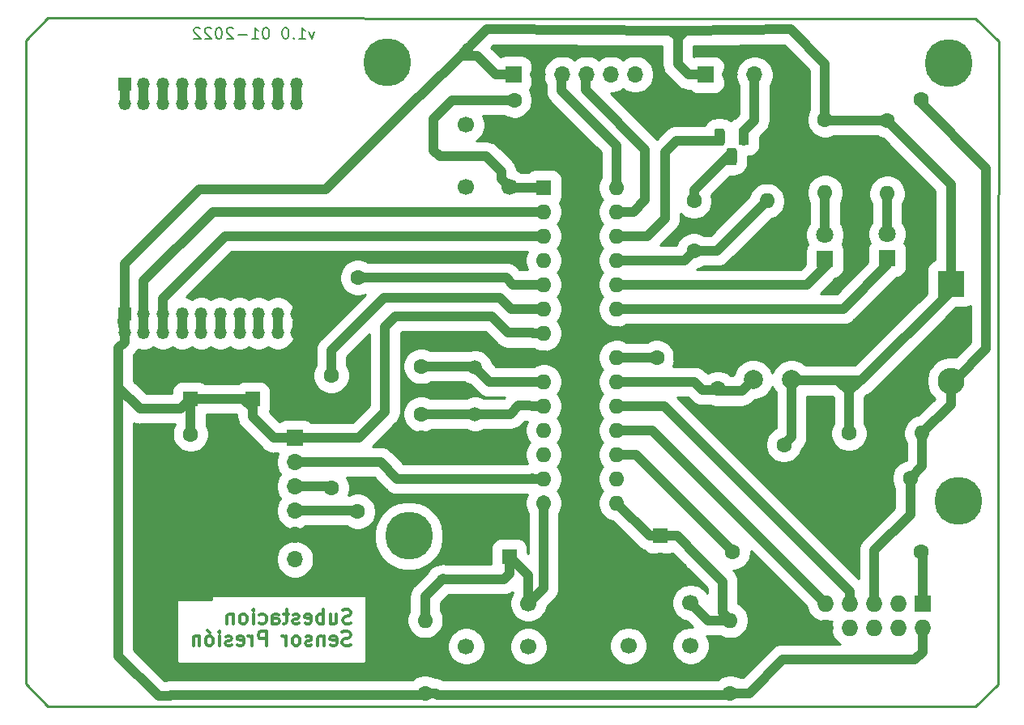
<source format=gbr>
G04 #@! TF.GenerationSoftware,KiCad,Pcbnew,(5.1.5)-3*
G04 #@! TF.CreationDate,2022-01-18T22:05:29-03:00*
G04 #@! TF.ProjectId,Base,42617365-2e6b-4696-9361-645f70636258,rev?*
G04 #@! TF.SameCoordinates,Original*
G04 #@! TF.FileFunction,Copper,L2,Bot*
G04 #@! TF.FilePolarity,Positive*
%FSLAX46Y46*%
G04 Gerber Fmt 4.6, Leading zero omitted, Abs format (unit mm)*
G04 Created by KiCad (PCBNEW (5.1.5)-3) date 2022-01-18 22:05:29*
%MOMM*%
%LPD*%
G04 APERTURE LIST*
%ADD10C,0.375000*%
%ADD11C,0.200000*%
%ADD12C,5.000000*%
%ADD13C,1.600000*%
%ADD14O,1.600000X1.600000*%
%ADD15R,1.727200X1.727200*%
%ADD16O,1.727200X1.727200*%
%ADD17R,1.600000X1.600000*%
%ADD18R,1.700000X1.700000*%
%ADD19O,1.700000X1.700000*%
%ADD20R,1.800000X1.800000*%
%ADD21C,1.800000*%
%ADD22O,1.350000X1.350000*%
%ADD23R,1.350000X1.350000*%
%ADD24C,1.700000*%
%ADD25C,1.500000*%
%ADD26R,2.800000X2.800000*%
%ADD27O,2.800000X2.800000*%
%ADD28C,2.000000*%
%ADD29C,0.100000*%
%ADD30R,1.100000X1.800000*%
%ADD31C,1.000000*%
%ADD32C,0.250000*%
%ADD33C,0.254000*%
G04 APERTURE END LIST*
D10*
X152000000Y-98457142D02*
X151785714Y-98528571D01*
X151428571Y-98528571D01*
X151285714Y-98457142D01*
X151214285Y-98385714D01*
X151142857Y-98242857D01*
X151142857Y-98100000D01*
X151214285Y-97957142D01*
X151285714Y-97885714D01*
X151428571Y-97814285D01*
X151714285Y-97742857D01*
X151857142Y-97671428D01*
X151928571Y-97600000D01*
X152000000Y-97457142D01*
X152000000Y-97314285D01*
X151928571Y-97171428D01*
X151857142Y-97100000D01*
X151714285Y-97028571D01*
X151357142Y-97028571D01*
X151142857Y-97100000D01*
X149928571Y-98457142D02*
X150071428Y-98528571D01*
X150357142Y-98528571D01*
X150500000Y-98457142D01*
X150571428Y-98314285D01*
X150571428Y-97742857D01*
X150500000Y-97600000D01*
X150357142Y-97528571D01*
X150071428Y-97528571D01*
X149928571Y-97600000D01*
X149857142Y-97742857D01*
X149857142Y-97885714D01*
X150571428Y-98028571D01*
X149214285Y-97528571D02*
X149214285Y-98528571D01*
X149214285Y-97671428D02*
X149142857Y-97600000D01*
X149000000Y-97528571D01*
X148785714Y-97528571D01*
X148642857Y-97600000D01*
X148571428Y-97742857D01*
X148571428Y-98528571D01*
X147928571Y-98457142D02*
X147785714Y-98528571D01*
X147500000Y-98528571D01*
X147357142Y-98457142D01*
X147285714Y-98314285D01*
X147285714Y-98242857D01*
X147357142Y-98100000D01*
X147500000Y-98028571D01*
X147714285Y-98028571D01*
X147857142Y-97957142D01*
X147928571Y-97814285D01*
X147928571Y-97742857D01*
X147857142Y-97600000D01*
X147714285Y-97528571D01*
X147500000Y-97528571D01*
X147357142Y-97600000D01*
X146428571Y-98528571D02*
X146571428Y-98457142D01*
X146642857Y-98385714D01*
X146714285Y-98242857D01*
X146714285Y-97814285D01*
X146642857Y-97671428D01*
X146571428Y-97600000D01*
X146428571Y-97528571D01*
X146214285Y-97528571D01*
X146071428Y-97600000D01*
X146000000Y-97671428D01*
X145928571Y-97814285D01*
X145928571Y-98242857D01*
X146000000Y-98385714D01*
X146071428Y-98457142D01*
X146214285Y-98528571D01*
X146428571Y-98528571D01*
X145285714Y-98528571D02*
X145285714Y-97528571D01*
X145285714Y-97814285D02*
X145214285Y-97671428D01*
X145142857Y-97600000D01*
X145000000Y-97528571D01*
X144857142Y-97528571D01*
X143214285Y-98528571D02*
X143214285Y-97028571D01*
X142642857Y-97028571D01*
X142500000Y-97100000D01*
X142428571Y-97171428D01*
X142357142Y-97314285D01*
X142357142Y-97528571D01*
X142428571Y-97671428D01*
X142500000Y-97742857D01*
X142642857Y-97814285D01*
X143214285Y-97814285D01*
X141714285Y-98528571D02*
X141714285Y-97528571D01*
X141714285Y-97814285D02*
X141642857Y-97671428D01*
X141571428Y-97600000D01*
X141428571Y-97528571D01*
X141285714Y-97528571D01*
X140214285Y-98457142D02*
X140357142Y-98528571D01*
X140642857Y-98528571D01*
X140785714Y-98457142D01*
X140857142Y-98314285D01*
X140857142Y-97742857D01*
X140785714Y-97600000D01*
X140642857Y-97528571D01*
X140357142Y-97528571D01*
X140214285Y-97600000D01*
X140142857Y-97742857D01*
X140142857Y-97885714D01*
X140857142Y-98028571D01*
X139571428Y-98457142D02*
X139428571Y-98528571D01*
X139142857Y-98528571D01*
X139000000Y-98457142D01*
X138928571Y-98314285D01*
X138928571Y-98242857D01*
X139000000Y-98100000D01*
X139142857Y-98028571D01*
X139357142Y-98028571D01*
X139500000Y-97957142D01*
X139571428Y-97814285D01*
X139571428Y-97742857D01*
X139500000Y-97600000D01*
X139357142Y-97528571D01*
X139142857Y-97528571D01*
X139000000Y-97600000D01*
X138285714Y-98528571D02*
X138285714Y-97528571D01*
X138285714Y-97028571D02*
X138357142Y-97100000D01*
X138285714Y-97171428D01*
X138214285Y-97100000D01*
X138285714Y-97028571D01*
X138285714Y-97171428D01*
X137357142Y-98528571D02*
X137500000Y-98457142D01*
X137571428Y-98385714D01*
X137642857Y-98242857D01*
X137642857Y-97814285D01*
X137571428Y-97671428D01*
X137500000Y-97600000D01*
X137357142Y-97528571D01*
X137142857Y-97528571D01*
X137000000Y-97600000D01*
X136928571Y-97671428D01*
X136857142Y-97814285D01*
X136857142Y-98242857D01*
X136928571Y-98385714D01*
X137000000Y-98457142D01*
X137142857Y-98528571D01*
X137357142Y-98528571D01*
X137071428Y-96957142D02*
X137285714Y-97171428D01*
X136214285Y-97528571D02*
X136214285Y-98528571D01*
X136214285Y-97671428D02*
X136142857Y-97600000D01*
X136000000Y-97528571D01*
X135785714Y-97528571D01*
X135642857Y-97600000D01*
X135571428Y-97742857D01*
X135571428Y-98528571D01*
D11*
X148242857Y-34242857D02*
X147957142Y-35042857D01*
X147671428Y-34242857D01*
X146585714Y-35042857D02*
X147271428Y-35042857D01*
X146928571Y-35042857D02*
X146928571Y-33842857D01*
X147042857Y-34014285D01*
X147157142Y-34128571D01*
X147271428Y-34185714D01*
X146071428Y-34928571D02*
X146014285Y-34985714D01*
X146071428Y-35042857D01*
X146128571Y-34985714D01*
X146071428Y-34928571D01*
X146071428Y-35042857D01*
X145271428Y-33842857D02*
X145157142Y-33842857D01*
X145042857Y-33900000D01*
X144985714Y-33957142D01*
X144928571Y-34071428D01*
X144871428Y-34300000D01*
X144871428Y-34585714D01*
X144928571Y-34814285D01*
X144985714Y-34928571D01*
X145042857Y-34985714D01*
X145157142Y-35042857D01*
X145271428Y-35042857D01*
X145385714Y-34985714D01*
X145442857Y-34928571D01*
X145500000Y-34814285D01*
X145557142Y-34585714D01*
X145557142Y-34300000D01*
X145500000Y-34071428D01*
X145442857Y-33957142D01*
X145385714Y-33900000D01*
X145271428Y-33842857D01*
X143214285Y-33842857D02*
X143100000Y-33842857D01*
X142985714Y-33900000D01*
X142928571Y-33957142D01*
X142871428Y-34071428D01*
X142814285Y-34300000D01*
X142814285Y-34585714D01*
X142871428Y-34814285D01*
X142928571Y-34928571D01*
X142985714Y-34985714D01*
X143100000Y-35042857D01*
X143214285Y-35042857D01*
X143328571Y-34985714D01*
X143385714Y-34928571D01*
X143442857Y-34814285D01*
X143500000Y-34585714D01*
X143500000Y-34300000D01*
X143442857Y-34071428D01*
X143385714Y-33957142D01*
X143328571Y-33900000D01*
X143214285Y-33842857D01*
X141671428Y-35042857D02*
X142357142Y-35042857D01*
X142014285Y-35042857D02*
X142014285Y-33842857D01*
X142128571Y-34014285D01*
X142242857Y-34128571D01*
X142357142Y-34185714D01*
X141157142Y-34585714D02*
X140242857Y-34585714D01*
X139728571Y-33957142D02*
X139671428Y-33900000D01*
X139557142Y-33842857D01*
X139271428Y-33842857D01*
X139157142Y-33900000D01*
X139100000Y-33957142D01*
X139042857Y-34071428D01*
X139042857Y-34185714D01*
X139100000Y-34357142D01*
X139785714Y-35042857D01*
X139042857Y-35042857D01*
X138300000Y-33842857D02*
X138185714Y-33842857D01*
X138071428Y-33900000D01*
X138014285Y-33957142D01*
X137957142Y-34071428D01*
X137900000Y-34300000D01*
X137900000Y-34585714D01*
X137957142Y-34814285D01*
X138014285Y-34928571D01*
X138071428Y-34985714D01*
X138185714Y-35042857D01*
X138300000Y-35042857D01*
X138414285Y-34985714D01*
X138471428Y-34928571D01*
X138528571Y-34814285D01*
X138585714Y-34585714D01*
X138585714Y-34300000D01*
X138528571Y-34071428D01*
X138471428Y-33957142D01*
X138414285Y-33900000D01*
X138300000Y-33842857D01*
X137442857Y-33957142D02*
X137385714Y-33900000D01*
X137271428Y-33842857D01*
X136985714Y-33842857D01*
X136871428Y-33900000D01*
X136814285Y-33957142D01*
X136757142Y-34071428D01*
X136757142Y-34185714D01*
X136814285Y-34357142D01*
X137500000Y-35042857D01*
X136757142Y-35042857D01*
X136300000Y-33957142D02*
X136242857Y-33900000D01*
X136128571Y-33842857D01*
X135842857Y-33842857D01*
X135728571Y-33900000D01*
X135671428Y-33957142D01*
X135614285Y-34071428D01*
X135614285Y-34185714D01*
X135671428Y-34357142D01*
X136357142Y-35042857D01*
X135614285Y-35042857D01*
D10*
X152050000Y-96157142D02*
X151835714Y-96228571D01*
X151478571Y-96228571D01*
X151335714Y-96157142D01*
X151264285Y-96085714D01*
X151192857Y-95942857D01*
X151192857Y-95800000D01*
X151264285Y-95657142D01*
X151335714Y-95585714D01*
X151478571Y-95514285D01*
X151764285Y-95442857D01*
X151907142Y-95371428D01*
X151978571Y-95300000D01*
X152050000Y-95157142D01*
X152050000Y-95014285D01*
X151978571Y-94871428D01*
X151907142Y-94800000D01*
X151764285Y-94728571D01*
X151407142Y-94728571D01*
X151192857Y-94800000D01*
X149907142Y-95228571D02*
X149907142Y-96228571D01*
X150550000Y-95228571D02*
X150550000Y-96014285D01*
X150478571Y-96157142D01*
X150335714Y-96228571D01*
X150121428Y-96228571D01*
X149978571Y-96157142D01*
X149907142Y-96085714D01*
X149192857Y-96228571D02*
X149192857Y-94728571D01*
X149192857Y-95300000D02*
X149050000Y-95228571D01*
X148764285Y-95228571D01*
X148621428Y-95300000D01*
X148550000Y-95371428D01*
X148478571Y-95514285D01*
X148478571Y-95942857D01*
X148550000Y-96085714D01*
X148621428Y-96157142D01*
X148764285Y-96228571D01*
X149050000Y-96228571D01*
X149192857Y-96157142D01*
X147264285Y-96157142D02*
X147407142Y-96228571D01*
X147692857Y-96228571D01*
X147835714Y-96157142D01*
X147907142Y-96014285D01*
X147907142Y-95442857D01*
X147835714Y-95300000D01*
X147692857Y-95228571D01*
X147407142Y-95228571D01*
X147264285Y-95300000D01*
X147192857Y-95442857D01*
X147192857Y-95585714D01*
X147907142Y-95728571D01*
X146621428Y-96157142D02*
X146478571Y-96228571D01*
X146192857Y-96228571D01*
X146050000Y-96157142D01*
X145978571Y-96014285D01*
X145978571Y-95942857D01*
X146050000Y-95800000D01*
X146192857Y-95728571D01*
X146407142Y-95728571D01*
X146550000Y-95657142D01*
X146621428Y-95514285D01*
X146621428Y-95442857D01*
X146550000Y-95300000D01*
X146407142Y-95228571D01*
X146192857Y-95228571D01*
X146050000Y-95300000D01*
X145550000Y-95228571D02*
X144978571Y-95228571D01*
X145335714Y-94728571D02*
X145335714Y-96014285D01*
X145264285Y-96157142D01*
X145121428Y-96228571D01*
X144978571Y-96228571D01*
X143835714Y-96228571D02*
X143835714Y-95442857D01*
X143907142Y-95300000D01*
X144050000Y-95228571D01*
X144335714Y-95228571D01*
X144478571Y-95300000D01*
X143835714Y-96157142D02*
X143978571Y-96228571D01*
X144335714Y-96228571D01*
X144478571Y-96157142D01*
X144550000Y-96014285D01*
X144550000Y-95871428D01*
X144478571Y-95728571D01*
X144335714Y-95657142D01*
X143978571Y-95657142D01*
X143835714Y-95585714D01*
X142478571Y-96157142D02*
X142621428Y-96228571D01*
X142907142Y-96228571D01*
X143050000Y-96157142D01*
X143121428Y-96085714D01*
X143192857Y-95942857D01*
X143192857Y-95514285D01*
X143121428Y-95371428D01*
X143050000Y-95300000D01*
X142907142Y-95228571D01*
X142621428Y-95228571D01*
X142478571Y-95300000D01*
X141835714Y-96228571D02*
X141835714Y-95228571D01*
X141835714Y-94728571D02*
X141907142Y-94800000D01*
X141835714Y-94871428D01*
X141764285Y-94800000D01*
X141835714Y-94728571D01*
X141835714Y-94871428D01*
X140907142Y-96228571D02*
X141050000Y-96157142D01*
X141121428Y-96085714D01*
X141192857Y-95942857D01*
X141192857Y-95514285D01*
X141121428Y-95371428D01*
X141050000Y-95300000D01*
X140907142Y-95228571D01*
X140692857Y-95228571D01*
X140550000Y-95300000D01*
X140478571Y-95371428D01*
X140407142Y-95514285D01*
X140407142Y-95942857D01*
X140478571Y-96085714D01*
X140550000Y-96157142D01*
X140692857Y-96228571D01*
X140907142Y-96228571D01*
X139764285Y-95228571D02*
X139764285Y-96228571D01*
X139764285Y-95371428D02*
X139692857Y-95300000D01*
X139550000Y-95228571D01*
X139335714Y-95228571D01*
X139192857Y-95300000D01*
X139121428Y-95442857D01*
X139121428Y-96228571D01*
D12*
X215550000Y-83350000D03*
X158100000Y-87050000D03*
X155850000Y-37450000D03*
X214500000Y-37600000D03*
D13*
X201050000Y-67600000D03*
X201050000Y-73500000D03*
X169100000Y-41450000D03*
X211600000Y-41400000D03*
X211650000Y-88700000D03*
X191950000Y-88700000D03*
D14*
X159800000Y-95880000D03*
D13*
X159800000Y-103500000D03*
D15*
X211800000Y-94100000D03*
D16*
X211800000Y-96640000D03*
X209260000Y-94100000D03*
X209260000Y-96640000D03*
X206720000Y-94100000D03*
X206720000Y-96640000D03*
X204180000Y-94100000D03*
X204180000Y-96640000D03*
X201640000Y-94100000D03*
X201640000Y-96640000D03*
D13*
X208100000Y-43600000D03*
D14*
X208100000Y-51220000D03*
X179820000Y-50600000D03*
X172200000Y-83620000D03*
X179820000Y-53140000D03*
X172200000Y-81080000D03*
X179820000Y-55680000D03*
X172200000Y-78540000D03*
X179820000Y-58220000D03*
X172200000Y-76000000D03*
X179820000Y-60760000D03*
X172200000Y-73460000D03*
X179820000Y-63300000D03*
X172200000Y-70920000D03*
X179820000Y-65840000D03*
X172200000Y-68380000D03*
X179820000Y-68380000D03*
X172200000Y-65840000D03*
X179820000Y-70920000D03*
X172200000Y-63300000D03*
X179820000Y-73460000D03*
X172200000Y-60760000D03*
X179820000Y-76000000D03*
X172200000Y-58220000D03*
X179820000Y-78540000D03*
X172200000Y-55680000D03*
X179820000Y-81080000D03*
X172200000Y-53140000D03*
X179820000Y-83620000D03*
D17*
X172200000Y-50600000D03*
D14*
X195520000Y-52000000D03*
D13*
X187900000Y-52000000D03*
X187900000Y-57200000D03*
D14*
X195520000Y-57200000D03*
D18*
X189160000Y-38800000D03*
D19*
X191700000Y-38800000D03*
X194240000Y-38800000D03*
D13*
X135300000Y-76400000D03*
X135300000Y-81400000D03*
X131600000Y-70000000D03*
X131600000Y-78400000D03*
X150000000Y-70250000D03*
X150000000Y-82000000D03*
X152750000Y-84500000D03*
X152775000Y-60025000D03*
X210500000Y-81000000D03*
X205500000Y-81000000D03*
X159400000Y-66800000D03*
X159400000Y-69300000D03*
X159400000Y-74300000D03*
X159400000Y-76800000D03*
D17*
X168600000Y-89200000D03*
D13*
X166100000Y-89200000D03*
X184350000Y-89550000D03*
D17*
X184350000Y-87050000D03*
D20*
X208100000Y-58000000D03*
D21*
X208100000Y-55460000D03*
D20*
X201600000Y-58100000D03*
D21*
X201600000Y-55560000D03*
D22*
X146400000Y-65800000D03*
X146400000Y-63800000D03*
X144400000Y-65800000D03*
X144400000Y-63800000D03*
X142400000Y-65800000D03*
X142400000Y-63800000D03*
X140400000Y-65800000D03*
X140400000Y-63800000D03*
X138400000Y-65800000D03*
X138400000Y-63800000D03*
X136400000Y-65800000D03*
X136400000Y-63800000D03*
X134400000Y-65800000D03*
X134400000Y-63800000D03*
X132400000Y-65800000D03*
X132400000Y-63800000D03*
X130400000Y-65800000D03*
X130400000Y-63800000D03*
X128400000Y-65800000D03*
D23*
X128400000Y-63800000D03*
D18*
X146200000Y-76800000D03*
D19*
X146200000Y-79340000D03*
X146200000Y-81880000D03*
X146200000Y-84420000D03*
X146200000Y-86960000D03*
X146200000Y-89500000D03*
D23*
X128400000Y-39800000D03*
D22*
X128400000Y-41800000D03*
X130400000Y-39800000D03*
X130400000Y-41800000D03*
X132400000Y-39800000D03*
X132400000Y-41800000D03*
X134400000Y-39800000D03*
X134400000Y-41800000D03*
X136400000Y-39800000D03*
X136400000Y-41800000D03*
X138400000Y-39800000D03*
X138400000Y-41800000D03*
X140400000Y-39800000D03*
X140400000Y-41800000D03*
X142400000Y-39800000D03*
X142400000Y-41800000D03*
X144400000Y-39800000D03*
X144400000Y-41800000D03*
X146400000Y-39800000D03*
X146400000Y-41800000D03*
D13*
X204100000Y-76300000D03*
D14*
X211720000Y-76300000D03*
X201600000Y-51120000D03*
D13*
X201600000Y-43500000D03*
X191700000Y-103500000D03*
D14*
X191700000Y-95880000D03*
D24*
X164100000Y-50550000D03*
X164100000Y-44050000D03*
X168600000Y-50550000D03*
X168600000Y-44050000D03*
X170600000Y-98600000D03*
X164100000Y-98600000D03*
X170600000Y-94100000D03*
X164100000Y-94100000D03*
X181050000Y-94050000D03*
X187550000Y-94050000D03*
X181050000Y-98550000D03*
X187550000Y-98550000D03*
D25*
X165000000Y-69400000D03*
X165000000Y-74280000D03*
D17*
X141750000Y-72750000D03*
D13*
X141750000Y-70250000D03*
X135250000Y-70250000D03*
D17*
X135250000Y-72750000D03*
D18*
X169050000Y-38750000D03*
D19*
X171590000Y-38750000D03*
X174130000Y-38750000D03*
X176670000Y-38750000D03*
X179210000Y-38750000D03*
X181750000Y-38750000D03*
D13*
X186500000Y-68400000D03*
X184000000Y-68400000D03*
X197300000Y-77500000D03*
X194800000Y-77500000D03*
X190400000Y-71650000D03*
X190400000Y-69150000D03*
D26*
X214750000Y-60650000D03*
D27*
X214750000Y-70810000D03*
D28*
X198100000Y-70700000D03*
X194100000Y-70700000D03*
G04 #@! TA.AperFunction,ComponentPad*
D29*
G36*
X192131955Y-46471324D02*
G01*
X192158650Y-46475284D01*
X192184828Y-46481841D01*
X192210238Y-46490933D01*
X192234634Y-46502472D01*
X192257782Y-46516346D01*
X192279458Y-46532422D01*
X192299454Y-46550546D01*
X192317578Y-46570542D01*
X192333654Y-46592218D01*
X192347528Y-46615366D01*
X192359067Y-46639762D01*
X192368159Y-46665172D01*
X192374716Y-46691350D01*
X192378676Y-46718045D01*
X192380000Y-46745000D01*
X192380000Y-47995000D01*
X192378676Y-48021955D01*
X192374716Y-48048650D01*
X192368159Y-48074828D01*
X192359067Y-48100238D01*
X192347528Y-48124634D01*
X192333654Y-48147782D01*
X192317578Y-48169458D01*
X192299454Y-48189454D01*
X192279458Y-48207578D01*
X192257782Y-48223654D01*
X192234634Y-48237528D01*
X192210238Y-48249067D01*
X192184828Y-48258159D01*
X192158650Y-48264716D01*
X192131955Y-48268676D01*
X192105000Y-48270000D01*
X191555000Y-48270000D01*
X191528045Y-48268676D01*
X191501350Y-48264716D01*
X191475172Y-48258159D01*
X191449762Y-48249067D01*
X191425366Y-48237528D01*
X191402218Y-48223654D01*
X191380542Y-48207578D01*
X191360546Y-48189454D01*
X191342422Y-48169458D01*
X191326346Y-48147782D01*
X191312472Y-48124634D01*
X191300933Y-48100238D01*
X191291841Y-48074828D01*
X191285284Y-48048650D01*
X191281324Y-48021955D01*
X191280000Y-47995000D01*
X191280000Y-46745000D01*
X191281324Y-46718045D01*
X191285284Y-46691350D01*
X191291841Y-46665172D01*
X191300933Y-46639762D01*
X191312472Y-46615366D01*
X191326346Y-46592218D01*
X191342422Y-46570542D01*
X191360546Y-46550546D01*
X191380542Y-46532422D01*
X191402218Y-46516346D01*
X191425366Y-46502472D01*
X191449762Y-46490933D01*
X191475172Y-46481841D01*
X191501350Y-46475284D01*
X191528045Y-46471324D01*
X191555000Y-46470000D01*
X192105000Y-46470000D01*
X192131955Y-46471324D01*
G37*
G04 #@! TD.AperFunction*
G04 #@! TA.AperFunction,ComponentPad*
G36*
X190861955Y-44401324D02*
G01*
X190888650Y-44405284D01*
X190914828Y-44411841D01*
X190940238Y-44420933D01*
X190964634Y-44432472D01*
X190987782Y-44446346D01*
X191009458Y-44462422D01*
X191029454Y-44480546D01*
X191047578Y-44500542D01*
X191063654Y-44522218D01*
X191077528Y-44545366D01*
X191089067Y-44569762D01*
X191098159Y-44595172D01*
X191104716Y-44621350D01*
X191108676Y-44648045D01*
X191110000Y-44675000D01*
X191110000Y-45925000D01*
X191108676Y-45951955D01*
X191104716Y-45978650D01*
X191098159Y-46004828D01*
X191089067Y-46030238D01*
X191077528Y-46054634D01*
X191063654Y-46077782D01*
X191047578Y-46099458D01*
X191029454Y-46119454D01*
X191009458Y-46137578D01*
X190987782Y-46153654D01*
X190964634Y-46167528D01*
X190940238Y-46179067D01*
X190914828Y-46188159D01*
X190888650Y-46194716D01*
X190861955Y-46198676D01*
X190835000Y-46200000D01*
X190285000Y-46200000D01*
X190258045Y-46198676D01*
X190231350Y-46194716D01*
X190205172Y-46188159D01*
X190179762Y-46179067D01*
X190155366Y-46167528D01*
X190132218Y-46153654D01*
X190110542Y-46137578D01*
X190090546Y-46119454D01*
X190072422Y-46099458D01*
X190056346Y-46077782D01*
X190042472Y-46054634D01*
X190030933Y-46030238D01*
X190021841Y-46004828D01*
X190015284Y-45978650D01*
X190011324Y-45951955D01*
X190010000Y-45925000D01*
X190010000Y-44675000D01*
X190011324Y-44648045D01*
X190015284Y-44621350D01*
X190021841Y-44595172D01*
X190030933Y-44569762D01*
X190042472Y-44545366D01*
X190056346Y-44522218D01*
X190072422Y-44500542D01*
X190090546Y-44480546D01*
X190110542Y-44462422D01*
X190132218Y-44446346D01*
X190155366Y-44432472D01*
X190179762Y-44420933D01*
X190205172Y-44411841D01*
X190231350Y-44405284D01*
X190258045Y-44401324D01*
X190285000Y-44400000D01*
X190835000Y-44400000D01*
X190861955Y-44401324D01*
G37*
G04 #@! TD.AperFunction*
D30*
X193100000Y-45300000D03*
D31*
X170650000Y-98550000D02*
X170600000Y-98600000D01*
D32*
X217320308Y-32883875D02*
X219750000Y-35313567D01*
X121855209Y-32849914D02*
X185500115Y-32883875D01*
X217336346Y-104900086D02*
X215844791Y-104900086D01*
X219750000Y-35313567D02*
X219750000Y-36600000D01*
X219652847Y-102583585D02*
X217336346Y-104900086D01*
X120378305Y-104864738D02*
X118049990Y-102536423D01*
X219652847Y-51397153D02*
X219652847Y-102583585D01*
X118049990Y-35163576D02*
X120363652Y-32849914D01*
X219750000Y-51300000D02*
X219652847Y-51397153D01*
X215844791Y-104900086D02*
X149599993Y-104864738D01*
X219750000Y-36650000D02*
X219750000Y-51300000D01*
X118049990Y-102536423D02*
X118049990Y-35163576D01*
X149599993Y-104864738D02*
X120378305Y-104864738D01*
X185500115Y-32883875D02*
X217320308Y-32883875D01*
X120363652Y-32849914D02*
X121855209Y-32849914D01*
D31*
X170600000Y-50600000D02*
X169400000Y-50600000D01*
X172200000Y-50600000D02*
X170600000Y-50600000D01*
X169400000Y-50600000D02*
X168400000Y-50600000D01*
X211720000Y-79780000D02*
X210500000Y-81000000D01*
X211720000Y-76300000D02*
X211720000Y-79780000D01*
X210500000Y-81000000D02*
X210500000Y-82200000D01*
X206720000Y-88580000D02*
X206720000Y-92878686D01*
X210500000Y-81000000D02*
X210500000Y-84800000D01*
X206720000Y-92878686D02*
X206720000Y-94100000D01*
X210500000Y-84800000D02*
X206720000Y-88580000D01*
X167750001Y-49700001D02*
X167750001Y-48900001D01*
X168600000Y-50550000D02*
X167750001Y-49700001D01*
X167750001Y-48900001D02*
X166200000Y-47350000D01*
X166200000Y-47350000D02*
X161350000Y-47350000D01*
X161350000Y-47350000D02*
X160700000Y-46700000D01*
X160650000Y-45105998D02*
X160650000Y-43400000D01*
X162600000Y-41450000D02*
X169100000Y-41450000D01*
X160650000Y-43400000D02*
X162600000Y-41450000D01*
X160700000Y-45155998D02*
X160650000Y-45105998D01*
X160700000Y-46700000D02*
X160700000Y-45155998D01*
X211600000Y-41700000D02*
X211600000Y-41400000D01*
X218450000Y-67489898D02*
X218450000Y-48550000D01*
X218450000Y-48550000D02*
X211600000Y-41700000D01*
X215179898Y-70760000D02*
X218450000Y-67489898D01*
X214750000Y-73270000D02*
X211720000Y-76300000D01*
X214750000Y-70810000D02*
X214750000Y-73270000D01*
X128400000Y-65800000D02*
X128400000Y-63800000D01*
X128400000Y-63800000D02*
X128400000Y-58600000D01*
X128400000Y-58600000D02*
X136200000Y-50800000D01*
X136200000Y-50800000D02*
X149400000Y-50800000D01*
X146200000Y-76800000D02*
X144350000Y-76800000D01*
X128400000Y-64800000D02*
X128200000Y-64600000D01*
X128400000Y-65800000D02*
X128200000Y-64600000D01*
X128200000Y-64600000D02*
X128400000Y-63200000D01*
X157950000Y-42250000D02*
X149400000Y-50800000D01*
X128400000Y-66754594D02*
X127750000Y-67404594D01*
X128400000Y-65800000D02*
X128400000Y-66754594D01*
X127750000Y-71500000D02*
X130000000Y-73750000D01*
X127750000Y-67404594D02*
X127750000Y-71500000D01*
X134250000Y-73750000D02*
X135250000Y-72750000D01*
X130000000Y-73750000D02*
X134250000Y-73750000D01*
X144000000Y-76800000D02*
X144350000Y-76800000D01*
X141750000Y-74550000D02*
X144000000Y-76800000D01*
X141750000Y-72750000D02*
X141750000Y-74550000D01*
X157950000Y-42250000D02*
X158000000Y-42250000D01*
X169050000Y-38750000D02*
X167200000Y-38750000D01*
X167200000Y-38750000D02*
X165250000Y-36800000D01*
X141750000Y-73650000D02*
X140800000Y-72700000D01*
X141750000Y-74550000D02*
X141750000Y-73650000D01*
X135250000Y-72750000D02*
X140800000Y-72700000D01*
X140800000Y-72700000D02*
X141750000Y-72750000D01*
X163700000Y-36800000D02*
X163600000Y-36700000D01*
X165250000Y-36800000D02*
X163700000Y-36800000D01*
X163600000Y-36700000D02*
X164250000Y-36000000D01*
X135300000Y-72800000D02*
X135250000Y-72750000D01*
X135300000Y-76400000D02*
X135300000Y-72800000D01*
X198100000Y-72114213D02*
X198100000Y-70700000D01*
X197300000Y-77500000D02*
X198099999Y-76700001D01*
X198099999Y-76700001D02*
X198100000Y-72114213D01*
X204100000Y-71900000D02*
X203200000Y-71000000D01*
X204100000Y-76300000D02*
X204100000Y-71900000D01*
X198200000Y-70800000D02*
X198100000Y-70700000D01*
X205100000Y-70800000D02*
X200300000Y-70800000D01*
X200300000Y-70800000D02*
X198200000Y-70800000D01*
X205100000Y-70900000D02*
X204100000Y-71900000D01*
X205100000Y-70800000D02*
X205100000Y-70900000D01*
X152900000Y-76800000D02*
X144000000Y-76800000D01*
X155625000Y-65150000D02*
X155625000Y-74075000D01*
X156675000Y-64100000D02*
X155625000Y-65150000D01*
X171068630Y-65840000D02*
X171028630Y-65800000D01*
X172200000Y-65840000D02*
X171068630Y-65840000D01*
X166775000Y-64100000D02*
X156675000Y-64100000D01*
X171028630Y-65800000D02*
X168475000Y-65800000D01*
X155625000Y-74075000D02*
X152900000Y-76800000D01*
X168475000Y-65800000D02*
X166775000Y-64100000D01*
X201700000Y-43600000D02*
X201600000Y-43500000D01*
X208100000Y-43600000D02*
X201700000Y-43600000D01*
X211800000Y-99200000D02*
X211800000Y-96640000D01*
X211000000Y-100000000D02*
X211800000Y-99200000D01*
X189160000Y-38800000D02*
X187310000Y-38800000D01*
X187310000Y-38800000D02*
X186200000Y-37690000D01*
X201600000Y-37625000D02*
X198025000Y-34050000D01*
X201600000Y-43500000D02*
X201600000Y-37625000D01*
X166650000Y-34050000D02*
X166250000Y-34050000D01*
X158000000Y-42250000D02*
X162750000Y-37550000D01*
X166250000Y-34050000D02*
X162750000Y-37550000D01*
X162750000Y-37550000D02*
X163600000Y-36700000D01*
X186200000Y-35000000D02*
X186200000Y-34950000D01*
X186200000Y-37690000D02*
X186200000Y-35000000D01*
X186200000Y-35000000D02*
X186200000Y-34200000D01*
X186200000Y-34950000D02*
X187000000Y-34150000D01*
X198025000Y-34050000D02*
X187000000Y-34150000D01*
X186200000Y-34950000D02*
X186200000Y-34900000D01*
X187000000Y-34150000D02*
X185450000Y-34150000D01*
X186200000Y-34900000D02*
X185450000Y-34150000D01*
X185450000Y-34150000D02*
X166650000Y-34050000D01*
X159600000Y-103700000D02*
X133249999Y-103700000D01*
X133249999Y-103700000D02*
X133169049Y-103780950D01*
X133169049Y-103780950D02*
X131930289Y-103780289D01*
X127750000Y-99600000D02*
X127750000Y-71500000D01*
X131930289Y-103780289D02*
X127750000Y-99600000D01*
X161131370Y-103700000D02*
X187500000Y-103700000D01*
X160931370Y-103500000D02*
X161131370Y-103700000D01*
X159800000Y-103500000D02*
X160931370Y-103500000D01*
X191500000Y-103700000D02*
X191700000Y-103500000D01*
X187500000Y-103700000D02*
X191500000Y-103700000D01*
X193650000Y-103500000D02*
X197150000Y-100000000D01*
X191700000Y-103500000D02*
X193650000Y-103500000D01*
X197150000Y-100000000D02*
X211000000Y-100000000D01*
X205400000Y-70800000D02*
X200300000Y-70800000D01*
X214750000Y-60650000D02*
X214750000Y-61450000D01*
X214750000Y-61450000D02*
X205400000Y-70800000D01*
X214750000Y-50250000D02*
X214750000Y-60650000D01*
X208100000Y-43600000D02*
X214750000Y-50250000D01*
X172200000Y-83620000D02*
X172200000Y-83320008D01*
X172200000Y-84751370D02*
X172200000Y-83620000D01*
X172200000Y-92500000D02*
X172200000Y-83620000D01*
X170600000Y-94100000D02*
X172200000Y-92500000D01*
X168600000Y-91000000D02*
X168600000Y-89200000D01*
X168000000Y-91600000D02*
X168600000Y-91000000D01*
X161511370Y-91600000D02*
X168000000Y-91600000D01*
X170600000Y-91200000D02*
X168600000Y-89200000D01*
X170600000Y-94100000D02*
X170600000Y-91200000D01*
X159800000Y-93400000D02*
X161650000Y-91550000D01*
X159800000Y-95880000D02*
X159800000Y-93400000D01*
X180000000Y-83800000D02*
X179820000Y-83620000D01*
X186150000Y-87050000D02*
X184350000Y-87050000D01*
X188370000Y-89270000D02*
X186150000Y-87050000D01*
X183250000Y-87050000D02*
X179820000Y-83620000D01*
X184350000Y-87050000D02*
X183250000Y-87050000D01*
X188370000Y-89270000D02*
X188370000Y-89320000D01*
X188370000Y-89320000D02*
X190350000Y-91300000D01*
X190900001Y-91850001D02*
X190350000Y-91300000D01*
X190900001Y-95080001D02*
X190900001Y-91850001D01*
X191700000Y-95880000D02*
X190900001Y-95080001D01*
X189380000Y-95880000D02*
X187550000Y-94050000D01*
X191700000Y-95880000D02*
X189380000Y-95880000D01*
X208100000Y-58700000D02*
X208100000Y-58000000D01*
X179820000Y-63300000D02*
X203500000Y-63300000D01*
X203500000Y-63300000D02*
X208100000Y-58700000D01*
X180951370Y-60760000D02*
X180991370Y-60800000D01*
X179820000Y-60760000D02*
X180951370Y-60760000D01*
X180991370Y-60800000D02*
X199700000Y-60800000D01*
X199700000Y-60800000D02*
X201800000Y-58700000D01*
X144400000Y-65800000D02*
X144400000Y-63800000D01*
X142400000Y-63800000D02*
X142400000Y-65800000D01*
X140400000Y-65800000D02*
X140400000Y-63800000D01*
X138400000Y-63800000D02*
X138400000Y-65800000D01*
X136400000Y-65800000D02*
X136400000Y-63800000D01*
X134400000Y-63800000D02*
X134400000Y-65800000D01*
X130400000Y-65800000D02*
X130400000Y-63800000D01*
X171068630Y-53140000D02*
X172200000Y-53140000D01*
X137639998Y-53140000D02*
X171068630Y-53140000D01*
X130400000Y-60379998D02*
X137639998Y-53140000D01*
X130400000Y-63800000D02*
X130400000Y-60379998D01*
X132400000Y-64800000D02*
X132400000Y-63800000D01*
X132400000Y-65800000D02*
X132400000Y-64800000D01*
X132400000Y-62200000D02*
X132400000Y-63800000D01*
X172200000Y-55680000D02*
X138920000Y-55680000D01*
X138920000Y-55680000D02*
X132400000Y-62200000D01*
X179820000Y-78540000D02*
X181840000Y-78540000D01*
X181840000Y-78540000D02*
X192000000Y-88700000D01*
X211800000Y-88850000D02*
X211650000Y-88700000D01*
X211800000Y-94100000D02*
X211800000Y-88850000D01*
X180951370Y-73460000D02*
X179820000Y-73460000D01*
X184761314Y-73460000D02*
X180951370Y-73460000D01*
X204180000Y-92878686D02*
X184761314Y-73460000D01*
X204180000Y-94100000D02*
X204180000Y-92878686D01*
X183540000Y-76000000D02*
X201640000Y-94100000D01*
X179820000Y-76000000D02*
X183540000Y-76000000D01*
X171068630Y-81080000D02*
X170988630Y-81000000D01*
X172200000Y-81080000D02*
X171068630Y-81080000D01*
X146200000Y-79340000D02*
X155140000Y-79340000D01*
X156880000Y-81080000D02*
X172200000Y-81080000D01*
X155140000Y-79340000D02*
X156880000Y-81080000D01*
X146200000Y-81880000D02*
X150080000Y-81880000D01*
X168800000Y-63300000D02*
X172200000Y-63300000D01*
X167650000Y-62150000D02*
X168800000Y-63300000D01*
X155475000Y-62150000D02*
X167650000Y-62150000D01*
X150000000Y-70250000D02*
X150000000Y-67625000D01*
X150000000Y-67625000D02*
X155475000Y-62150000D01*
X146200000Y-84420000D02*
X152780000Y-84420000D01*
X168985000Y-60760000D02*
X172200000Y-60760000D01*
X152775000Y-60025000D02*
X168250000Y-60025000D01*
X168250000Y-60025000D02*
X168985000Y-60760000D01*
X128400000Y-39800000D02*
X128400000Y-41800000D01*
X130400000Y-41800000D02*
X130400000Y-39800000D01*
X132400000Y-39800000D02*
X132400000Y-41800000D01*
X134400000Y-39800000D02*
X134400000Y-41800000D01*
X136400000Y-39800000D02*
X136400000Y-41800000D01*
X138400000Y-41800000D02*
X138400000Y-39800000D01*
X140400000Y-39800000D02*
X140400000Y-41800000D01*
X142400000Y-41800000D02*
X142400000Y-39800000D01*
X144400000Y-39800000D02*
X144400000Y-41800000D01*
X146400000Y-41800000D02*
X146400000Y-39800000D01*
X159420000Y-74280000D02*
X159400000Y-74300000D01*
X165000000Y-74280000D02*
X159420000Y-74280000D01*
X168720000Y-74280000D02*
X169600000Y-73400000D01*
X165000000Y-74280000D02*
X168720000Y-74280000D01*
X169600000Y-73400000D02*
X172200000Y-73460000D01*
X164900000Y-69300000D02*
X165000000Y-69400000D01*
X159400000Y-69300000D02*
X164900000Y-69300000D01*
X166520000Y-70920000D02*
X165000000Y-69400000D01*
X172200000Y-70920000D02*
X166520000Y-70920000D01*
X183980000Y-68380000D02*
X184000000Y-68400000D01*
X179820000Y-68380000D02*
X183980000Y-68380000D01*
X179900000Y-71000000D02*
X179820000Y-70920000D01*
X187888630Y-70920000D02*
X179820000Y-70920000D01*
X187968630Y-71000000D02*
X187888630Y-70920000D01*
X190650000Y-71900000D02*
X190400000Y-71650000D01*
X194100000Y-70700000D02*
X192900000Y-71900000D01*
X192900000Y-71900000D02*
X190650000Y-71900000D01*
X187920000Y-70920000D02*
X187888630Y-70920000D01*
X190400000Y-71650000D02*
X190250000Y-71800000D01*
X188800000Y-71800000D02*
X187920000Y-70920000D01*
X190250000Y-71800000D02*
X188800000Y-71800000D01*
X208100000Y-51220000D02*
X208100000Y-55460000D01*
X201600000Y-51120000D02*
X201600000Y-55560000D01*
X179820000Y-49468630D02*
X179820000Y-50600000D01*
X179800000Y-49448630D02*
X179820000Y-49468630D01*
X179800000Y-46200000D02*
X179800000Y-49448630D01*
X174080000Y-39200000D02*
X174080000Y-40480000D01*
X174080000Y-40480000D02*
X179800000Y-46200000D01*
X182800000Y-51900000D02*
X181560000Y-53140000D01*
X176620000Y-40402081D02*
X177400000Y-41182081D01*
X181560000Y-53140000D02*
X179820000Y-53140000D01*
X176620000Y-39200000D02*
X176620000Y-40402081D01*
X177400000Y-41182081D02*
X177400000Y-41200000D01*
X182800000Y-46600000D02*
X182800000Y-51900000D01*
X177400000Y-41200000D02*
X182800000Y-46600000D01*
X180951370Y-55680000D02*
X179820000Y-55680000D01*
X190560000Y-45700000D02*
X186100000Y-45700000D01*
X186100000Y-45700000D02*
X184900000Y-46900000D01*
X184900000Y-46900000D02*
X184900000Y-53800000D01*
X183020000Y-55680000D02*
X179820000Y-55680000D01*
X184900000Y-53800000D02*
X183020000Y-55680000D01*
X185380000Y-58220000D02*
X179820000Y-58220000D01*
X186880000Y-58220000D02*
X187900000Y-57200000D01*
X185380000Y-58220000D02*
X186880000Y-58220000D01*
X190320000Y-57200000D02*
X195520000Y-52000000D01*
X187900000Y-57200000D02*
X190320000Y-57200000D01*
X193100000Y-45700000D02*
X193100000Y-44700000D01*
X194240000Y-43560000D02*
X194240000Y-38800000D01*
X193100000Y-44700000D02*
X194240000Y-43560000D01*
X187900000Y-50900000D02*
X191830000Y-46970000D01*
X187900000Y-52000000D02*
X187900000Y-50900000D01*
D33*
G36*
X184573001Y-35772358D02*
G01*
X184573000Y-37610085D01*
X184565129Y-37690000D01*
X184573000Y-37769914D01*
X184573000Y-37769924D01*
X184596542Y-38008947D01*
X184689575Y-38315637D01*
X184840654Y-38598285D01*
X185043971Y-38846029D01*
X185106054Y-38896979D01*
X186103025Y-39893951D01*
X186153971Y-39956029D01*
X186216049Y-40006975D01*
X186216052Y-40006978D01*
X186401714Y-40159346D01*
X186684362Y-40310425D01*
X186991052Y-40403458D01*
X187230075Y-40427000D01*
X187230085Y-40427000D01*
X187309999Y-40434871D01*
X187389914Y-40427000D01*
X187489732Y-40427000D01*
X187509235Y-40450765D01*
X187680843Y-40591600D01*
X187876629Y-40696250D01*
X188089069Y-40760693D01*
X188310000Y-40782453D01*
X190010000Y-40782453D01*
X190230931Y-40760693D01*
X190443371Y-40696250D01*
X190639157Y-40591600D01*
X190810765Y-40450765D01*
X190951600Y-40279157D01*
X191056250Y-40083371D01*
X191120693Y-39870931D01*
X191142453Y-39650000D01*
X191142453Y-37950000D01*
X191120693Y-37729069D01*
X191056250Y-37516629D01*
X190951600Y-37320843D01*
X190810765Y-37149235D01*
X190639157Y-37008400D01*
X190443371Y-36903750D01*
X190230931Y-36839307D01*
X190010000Y-36817547D01*
X188310000Y-36817547D01*
X188089069Y-36839307D01*
X187876629Y-36903750D01*
X187827000Y-36930277D01*
X187827000Y-35769565D01*
X197357199Y-35683124D01*
X199973001Y-38298926D01*
X199973000Y-42466469D01*
X199892315Y-42587223D01*
X199747053Y-42937915D01*
X199673000Y-43310207D01*
X199673000Y-43689793D01*
X199747053Y-44062085D01*
X199892315Y-44412777D01*
X200103201Y-44728391D01*
X200371609Y-44996799D01*
X200687223Y-45207685D01*
X201037915Y-45352947D01*
X201410207Y-45427000D01*
X201789793Y-45427000D01*
X202162085Y-45352947D01*
X202466147Y-45227000D01*
X207066469Y-45227000D01*
X207187223Y-45307685D01*
X207537915Y-45452947D01*
X207680355Y-45481280D01*
X213123000Y-50923926D01*
X213123001Y-58141148D01*
X212916629Y-58203750D01*
X212720843Y-58308400D01*
X212549235Y-58449235D01*
X212408400Y-58620843D01*
X212303750Y-58816629D01*
X212239307Y-59029069D01*
X212217547Y-59250000D01*
X212217547Y-61681527D01*
X204726075Y-69173000D01*
X199581033Y-69173000D01*
X199455884Y-69047851D01*
X199107512Y-68815077D01*
X198720423Y-68654739D01*
X198309491Y-68573000D01*
X197890509Y-68573000D01*
X197479577Y-68654739D01*
X197092488Y-68815077D01*
X196744116Y-69047851D01*
X196447851Y-69344116D01*
X196215077Y-69692488D01*
X196100000Y-69970308D01*
X195984923Y-69692488D01*
X195752149Y-69344116D01*
X195455884Y-69047851D01*
X195107512Y-68815077D01*
X194720423Y-68654739D01*
X194309491Y-68573000D01*
X193890509Y-68573000D01*
X193479577Y-68654739D01*
X193092488Y-68815077D01*
X192744116Y-69047851D01*
X192447851Y-69344116D01*
X192215077Y-69692488D01*
X192054739Y-70079577D01*
X192016265Y-70273000D01*
X191748190Y-70273000D01*
X191628391Y-70153201D01*
X191312777Y-69942315D01*
X190962085Y-69797053D01*
X190589793Y-69723000D01*
X190210207Y-69723000D01*
X189837915Y-69797053D01*
X189487223Y-69942315D01*
X189340966Y-70040041D01*
X189126978Y-69826053D01*
X189076029Y-69763971D01*
X188828286Y-69560654D01*
X188545638Y-69409575D01*
X188238948Y-69316542D01*
X187999925Y-69293000D01*
X187999914Y-69293000D01*
X187920000Y-69285129D01*
X187904315Y-69286674D01*
X187888630Y-69285129D01*
X187808716Y-69293000D01*
X185715877Y-69293000D01*
X185852947Y-68962085D01*
X185927000Y-68589793D01*
X185927000Y-68210207D01*
X185852947Y-67837915D01*
X185707685Y-67487223D01*
X185496799Y-67171609D01*
X185228391Y-66903201D01*
X184912777Y-66692315D01*
X184562085Y-66547053D01*
X184189793Y-66473000D01*
X183810207Y-66473000D01*
X183437915Y-66547053D01*
X183087223Y-66692315D01*
X182996401Y-66753000D01*
X180853531Y-66753000D01*
X180732777Y-66672315D01*
X180382085Y-66527053D01*
X180009793Y-66453000D01*
X179630207Y-66453000D01*
X179257915Y-66527053D01*
X178907223Y-66672315D01*
X178591609Y-66883201D01*
X178323201Y-67151609D01*
X178112315Y-67467223D01*
X177967053Y-67817915D01*
X177893000Y-68190207D01*
X177893000Y-68569793D01*
X177967053Y-68942085D01*
X178112315Y-69292777D01*
X178323201Y-69608391D01*
X178364810Y-69650000D01*
X178323201Y-69691609D01*
X178112315Y-70007223D01*
X177967053Y-70357915D01*
X177893000Y-70730207D01*
X177893000Y-71109793D01*
X177967053Y-71482085D01*
X178112315Y-71832777D01*
X178323201Y-72148391D01*
X178364810Y-72190000D01*
X178323201Y-72231609D01*
X178112315Y-72547223D01*
X177967053Y-72897915D01*
X177893000Y-73270207D01*
X177893000Y-73649793D01*
X177967053Y-74022085D01*
X178112315Y-74372777D01*
X178323201Y-74688391D01*
X178364810Y-74730000D01*
X178323201Y-74771609D01*
X178112315Y-75087223D01*
X177967053Y-75437915D01*
X177893000Y-75810207D01*
X177893000Y-76189793D01*
X177967053Y-76562085D01*
X178112315Y-76912777D01*
X178323201Y-77228391D01*
X178364810Y-77270000D01*
X178323201Y-77311609D01*
X178112315Y-77627223D01*
X177967053Y-77977915D01*
X177893000Y-78350207D01*
X177893000Y-78729793D01*
X177967053Y-79102085D01*
X178112315Y-79452777D01*
X178323201Y-79768391D01*
X178364810Y-79810000D01*
X178323201Y-79851609D01*
X178112315Y-80167223D01*
X177967053Y-80517915D01*
X177893000Y-80890207D01*
X177893000Y-81269793D01*
X177967053Y-81642085D01*
X178112315Y-81992777D01*
X178323201Y-82308391D01*
X178364810Y-82350000D01*
X178323201Y-82391609D01*
X178112315Y-82707223D01*
X177967053Y-83057915D01*
X177893000Y-83430207D01*
X177893000Y-83809793D01*
X177967053Y-84182085D01*
X178112315Y-84532777D01*
X178323201Y-84848391D01*
X178591609Y-85116799D01*
X178907223Y-85327685D01*
X179257915Y-85472947D01*
X179400355Y-85501280D01*
X182043020Y-88143945D01*
X182093971Y-88206029D01*
X182341714Y-88409346D01*
X182624362Y-88560425D01*
X182691911Y-88580916D01*
X182749235Y-88650765D01*
X182920843Y-88791600D01*
X183116629Y-88896250D01*
X183329069Y-88960693D01*
X183550000Y-88982453D01*
X185150000Y-88982453D01*
X185370931Y-88960693D01*
X185583371Y-88896250D01*
X185656328Y-88857253D01*
X186991471Y-90192396D01*
X187010654Y-90228286D01*
X187213971Y-90476029D01*
X187276053Y-90526978D01*
X189256052Y-92506978D01*
X189256058Y-92506983D01*
X189273002Y-92523927D01*
X189273002Y-93070147D01*
X189085636Y-92789736D01*
X188810264Y-92514364D01*
X188486461Y-92298005D01*
X188126670Y-92148975D01*
X187744718Y-92073000D01*
X187355282Y-92073000D01*
X186973330Y-92148975D01*
X186613539Y-92298005D01*
X186289736Y-92514364D01*
X186014364Y-92789736D01*
X185798005Y-93113539D01*
X185648975Y-93473330D01*
X185573000Y-93855282D01*
X185573000Y-94244718D01*
X185648975Y-94626670D01*
X185798005Y-94986461D01*
X186014364Y-95310264D01*
X186289736Y-95585636D01*
X186613539Y-95801995D01*
X186973330Y-95951025D01*
X187193992Y-95994917D01*
X187778867Y-96579793D01*
X187744718Y-96573000D01*
X187355282Y-96573000D01*
X186973330Y-96648975D01*
X186613539Y-96798005D01*
X186289736Y-97014364D01*
X186014364Y-97289736D01*
X185798005Y-97613539D01*
X185648975Y-97973330D01*
X185573000Y-98355282D01*
X185573000Y-98744718D01*
X185648975Y-99126670D01*
X185798005Y-99486461D01*
X186014364Y-99810264D01*
X186289736Y-100085636D01*
X186613539Y-100301995D01*
X186973330Y-100451025D01*
X187355282Y-100527000D01*
X187744718Y-100527000D01*
X188126670Y-100451025D01*
X188486461Y-100301995D01*
X188810264Y-100085636D01*
X189085636Y-99810264D01*
X189301995Y-99486461D01*
X189451025Y-99126670D01*
X189527000Y-98744718D01*
X189527000Y-98355282D01*
X189451025Y-97973330D01*
X189301995Y-97613539D01*
X189225928Y-97499697D01*
X189380000Y-97514872D01*
X189459925Y-97507000D01*
X190666469Y-97507000D01*
X190787223Y-97587685D01*
X191137915Y-97732947D01*
X191510207Y-97807000D01*
X191889793Y-97807000D01*
X192262085Y-97732947D01*
X192612777Y-97587685D01*
X192928391Y-97376799D01*
X193196799Y-97108391D01*
X193407685Y-96792777D01*
X193552947Y-96442085D01*
X193627000Y-96069793D01*
X193627000Y-95690207D01*
X193552947Y-95317915D01*
X193407685Y-94967223D01*
X193196799Y-94651609D01*
X192928391Y-94383201D01*
X192612777Y-94172315D01*
X192527001Y-94136785D01*
X192527001Y-91929918D01*
X192534872Y-91850001D01*
X192527001Y-91770084D01*
X192527001Y-91770076D01*
X192503459Y-91531053D01*
X192410426Y-91224363D01*
X192259347Y-90941715D01*
X192056030Y-90693972D01*
X191993946Y-90643021D01*
X191977925Y-90627000D01*
X192139793Y-90627000D01*
X192512085Y-90552947D01*
X192862777Y-90407685D01*
X193178391Y-90196799D01*
X193446799Y-89928391D01*
X193657685Y-89612777D01*
X193802947Y-89262085D01*
X193877000Y-88889793D01*
X193877000Y-88637925D01*
X199677773Y-94438698D01*
X199725897Y-94680637D01*
X199875953Y-95042903D01*
X200093800Y-95368934D01*
X200371066Y-95646200D01*
X200697097Y-95864047D01*
X201059363Y-96014103D01*
X201443943Y-96090600D01*
X201836057Y-96090600D01*
X202220637Y-96014103D01*
X202297901Y-95982099D01*
X202265897Y-96059363D01*
X202189400Y-96443943D01*
X202189400Y-96836057D01*
X202265897Y-97220637D01*
X202415953Y-97582903D01*
X202633800Y-97908934D01*
X202911066Y-98186200D01*
X203190632Y-98373000D01*
X197229914Y-98373000D01*
X197149999Y-98365129D01*
X197070085Y-98373000D01*
X197070075Y-98373000D01*
X196831052Y-98396542D01*
X196524362Y-98489575D01*
X196241714Y-98640654D01*
X195993971Y-98843971D01*
X195943022Y-98906053D01*
X192976075Y-101873000D01*
X192733531Y-101873000D01*
X192612777Y-101792315D01*
X192262085Y-101647053D01*
X191889793Y-101573000D01*
X191510207Y-101573000D01*
X191137915Y-101647053D01*
X190787223Y-101792315D01*
X190471609Y-102003201D01*
X190401810Y-102073000D01*
X161713085Y-102073000D01*
X161557008Y-101989575D01*
X161250318Y-101896542D01*
X161011295Y-101873000D01*
X161011284Y-101873000D01*
X160931370Y-101865129D01*
X160851456Y-101873000D01*
X160833531Y-101873000D01*
X160712777Y-101792315D01*
X160362085Y-101647053D01*
X159989793Y-101573000D01*
X159610207Y-101573000D01*
X159237915Y-101647053D01*
X158887223Y-101792315D01*
X158571609Y-102003201D01*
X158501810Y-102073000D01*
X133329924Y-102073000D01*
X133249999Y-102065128D01*
X133170074Y-102073000D01*
X132931051Y-102096542D01*
X132742552Y-102153722D01*
X132604574Y-102153649D01*
X129377000Y-98926075D01*
X129377000Y-93850000D01*
X133873000Y-93850000D01*
X133873000Y-100200000D01*
X133875504Y-100225095D01*
X133882792Y-100248901D01*
X133894584Y-100270827D01*
X133899786Y-100277133D01*
X133899786Y-100428250D01*
X153600215Y-100428250D01*
X153600215Y-100266470D01*
X153620557Y-100255597D01*
X153639803Y-100239803D01*
X153655597Y-100220557D01*
X153667333Y-100198601D01*
X153674560Y-100174776D01*
X153677000Y-100150000D01*
X153677000Y-98405282D01*
X162123000Y-98405282D01*
X162123000Y-98794718D01*
X162198975Y-99176670D01*
X162348005Y-99536461D01*
X162564364Y-99860264D01*
X162839736Y-100135636D01*
X163163539Y-100351995D01*
X163523330Y-100501025D01*
X163905282Y-100577000D01*
X164294718Y-100577000D01*
X164676670Y-100501025D01*
X165036461Y-100351995D01*
X165360264Y-100135636D01*
X165635636Y-99860264D01*
X165851995Y-99536461D01*
X166001025Y-99176670D01*
X166077000Y-98794718D01*
X166077000Y-98405282D01*
X168623000Y-98405282D01*
X168623000Y-98794718D01*
X168698975Y-99176670D01*
X168848005Y-99536461D01*
X169064364Y-99860264D01*
X169339736Y-100135636D01*
X169663539Y-100351995D01*
X170023330Y-100501025D01*
X170405282Y-100577000D01*
X170794718Y-100577000D01*
X171176670Y-100501025D01*
X171536461Y-100351995D01*
X171860264Y-100135636D01*
X172135636Y-99860264D01*
X172351995Y-99536461D01*
X172501025Y-99176670D01*
X172577000Y-98794718D01*
X172577000Y-98405282D01*
X172567055Y-98355282D01*
X179073000Y-98355282D01*
X179073000Y-98744718D01*
X179148975Y-99126670D01*
X179298005Y-99486461D01*
X179514364Y-99810264D01*
X179789736Y-100085636D01*
X180113539Y-100301995D01*
X180473330Y-100451025D01*
X180855282Y-100527000D01*
X181244718Y-100527000D01*
X181626670Y-100451025D01*
X181986461Y-100301995D01*
X182310264Y-100085636D01*
X182585636Y-99810264D01*
X182801995Y-99486461D01*
X182951025Y-99126670D01*
X183027000Y-98744718D01*
X183027000Y-98355282D01*
X182951025Y-97973330D01*
X182801995Y-97613539D01*
X182585636Y-97289736D01*
X182310264Y-97014364D01*
X181986461Y-96798005D01*
X181626670Y-96648975D01*
X181244718Y-96573000D01*
X180855282Y-96573000D01*
X180473330Y-96648975D01*
X180113539Y-96798005D01*
X179789736Y-97014364D01*
X179514364Y-97289736D01*
X179298005Y-97613539D01*
X179148975Y-97973330D01*
X179073000Y-98355282D01*
X172567055Y-98355282D01*
X172501025Y-98023330D01*
X172351995Y-97663539D01*
X172135636Y-97339736D01*
X171860264Y-97064364D01*
X171536461Y-96848005D01*
X171176670Y-96698975D01*
X170794718Y-96623000D01*
X170405282Y-96623000D01*
X170023330Y-96698975D01*
X169663539Y-96848005D01*
X169339736Y-97064364D01*
X169064364Y-97339736D01*
X168848005Y-97663539D01*
X168698975Y-98023330D01*
X168623000Y-98405282D01*
X166077000Y-98405282D01*
X166001025Y-98023330D01*
X165851995Y-97663539D01*
X165635636Y-97339736D01*
X165360264Y-97064364D01*
X165036461Y-96848005D01*
X164676670Y-96698975D01*
X164294718Y-96623000D01*
X163905282Y-96623000D01*
X163523330Y-96698975D01*
X163163539Y-96848005D01*
X162839736Y-97064364D01*
X162564364Y-97339736D01*
X162348005Y-97663539D01*
X162198975Y-98023330D01*
X162123000Y-98405282D01*
X153677000Y-98405282D01*
X153677000Y-93900000D01*
X153674623Y-93875542D01*
X153667457Y-93851699D01*
X153655777Y-93829713D01*
X153650215Y-93822900D01*
X153650215Y-93249250D01*
X137449786Y-93249250D01*
X137449786Y-93731822D01*
X134000325Y-93723000D01*
X133975224Y-93725440D01*
X133951399Y-93732667D01*
X133929443Y-93744403D01*
X133910197Y-93760197D01*
X133894403Y-93779443D01*
X133882667Y-93801399D01*
X133875440Y-93825224D01*
X133873000Y-93850000D01*
X129377000Y-93850000D01*
X129377000Y-89305282D01*
X144223000Y-89305282D01*
X144223000Y-89694718D01*
X144298975Y-90076670D01*
X144448005Y-90436461D01*
X144664364Y-90760264D01*
X144939736Y-91035636D01*
X145263539Y-91251995D01*
X145623330Y-91401025D01*
X146005282Y-91477000D01*
X146394718Y-91477000D01*
X146776670Y-91401025D01*
X147136461Y-91251995D01*
X147460264Y-91035636D01*
X147735636Y-90760264D01*
X147951995Y-90436461D01*
X148101025Y-90076670D01*
X148177000Y-89694718D01*
X148177000Y-89305282D01*
X148101025Y-88923330D01*
X147951995Y-88563539D01*
X147735636Y-88239736D01*
X147460264Y-87964364D01*
X147136461Y-87748005D01*
X146776670Y-87598975D01*
X146394718Y-87523000D01*
X146005282Y-87523000D01*
X145623330Y-87598975D01*
X145263539Y-87748005D01*
X144939736Y-87964364D01*
X144664364Y-88239736D01*
X144448005Y-88563539D01*
X144298975Y-88923330D01*
X144223000Y-89305282D01*
X129377000Y-89305282D01*
X129377000Y-86692772D01*
X154473000Y-86692772D01*
X154473000Y-87407228D01*
X154612383Y-88107957D01*
X154885794Y-88768029D01*
X155282725Y-89362078D01*
X155787922Y-89867275D01*
X156381971Y-90264206D01*
X157042043Y-90537617D01*
X157742772Y-90677000D01*
X158457228Y-90677000D01*
X159157957Y-90537617D01*
X159818029Y-90264206D01*
X160412078Y-89867275D01*
X160917275Y-89362078D01*
X161314206Y-88768029D01*
X161587617Y-88107957D01*
X161727000Y-87407228D01*
X161727000Y-86692772D01*
X161587617Y-85992043D01*
X161314206Y-85331971D01*
X160917275Y-84737922D01*
X160412078Y-84232725D01*
X159818029Y-83835794D01*
X159157957Y-83562383D01*
X158457228Y-83423000D01*
X157742772Y-83423000D01*
X157042043Y-83562383D01*
X156381971Y-83835794D01*
X155787922Y-84232725D01*
X155282725Y-84737922D01*
X154885794Y-85331971D01*
X154612383Y-85992043D01*
X154473000Y-86692772D01*
X129377000Y-86692772D01*
X129377000Y-75261225D01*
X129638846Y-75340655D01*
X129681052Y-75353458D01*
X130000000Y-75384872D01*
X130079925Y-75377000D01*
X133665963Y-75377000D01*
X133592315Y-75487223D01*
X133447053Y-75837915D01*
X133373000Y-76210207D01*
X133373000Y-76589793D01*
X133447053Y-76962085D01*
X133592315Y-77312777D01*
X133803201Y-77628391D01*
X134071609Y-77896799D01*
X134387223Y-78107685D01*
X134737915Y-78252947D01*
X135110207Y-78327000D01*
X135489793Y-78327000D01*
X135862085Y-78252947D01*
X136212777Y-78107685D01*
X136528391Y-77896799D01*
X136796799Y-77628391D01*
X137007685Y-77312777D01*
X137152947Y-76962085D01*
X137227000Y-76589793D01*
X137227000Y-76210207D01*
X137152947Y-75837915D01*
X137007685Y-75487223D01*
X136927000Y-75366469D01*
X136927000Y-74361957D01*
X140123000Y-74333164D01*
X140123000Y-74470086D01*
X140115129Y-74550000D01*
X140123000Y-74629914D01*
X140123000Y-74629924D01*
X140146542Y-74868947D01*
X140239575Y-75175637D01*
X140390654Y-75458285D01*
X140593971Y-75706029D01*
X140656055Y-75756980D01*
X142793020Y-77893945D01*
X142843971Y-77956029D01*
X143091714Y-78159346D01*
X143374362Y-78310425D01*
X143681049Y-78403457D01*
X143681052Y-78403458D01*
X144000000Y-78434872D01*
X144079925Y-78427000D01*
X144438287Y-78427000D01*
X144298975Y-78763330D01*
X144223000Y-79145282D01*
X144223000Y-79534718D01*
X144298975Y-79916670D01*
X144448005Y-80276461D01*
X144664364Y-80600264D01*
X144674100Y-80610000D01*
X144664364Y-80619736D01*
X144448005Y-80943539D01*
X144298975Y-81303330D01*
X144223000Y-81685282D01*
X144223000Y-82074718D01*
X144298975Y-82456670D01*
X144448005Y-82816461D01*
X144664364Y-83140264D01*
X144674100Y-83150000D01*
X144664364Y-83159736D01*
X144448005Y-83483539D01*
X144298975Y-83843330D01*
X144223000Y-84225282D01*
X144223000Y-84614718D01*
X144298975Y-84996670D01*
X144448005Y-85356461D01*
X144664364Y-85680264D01*
X144939736Y-85955636D01*
X145263539Y-86171995D01*
X145623330Y-86321025D01*
X146005282Y-86397000D01*
X146394718Y-86397000D01*
X146776670Y-86321025D01*
X147136461Y-86171995D01*
X147323529Y-86047000D01*
X151596740Y-86047000D01*
X151837223Y-86207685D01*
X152187915Y-86352947D01*
X152560207Y-86427000D01*
X152939793Y-86427000D01*
X153312085Y-86352947D01*
X153662777Y-86207685D01*
X153978391Y-85996799D01*
X154246799Y-85728391D01*
X154457685Y-85412777D01*
X154602947Y-85062085D01*
X154677000Y-84689793D01*
X154677000Y-84310207D01*
X154602947Y-83937915D01*
X154457685Y-83587223D01*
X154246799Y-83271609D01*
X153978391Y-83003201D01*
X153662777Y-82792315D01*
X153312085Y-82647053D01*
X152939793Y-82573000D01*
X152560207Y-82573000D01*
X152187915Y-82647053D01*
X151837223Y-82792315D01*
X151836198Y-82793000D01*
X151757298Y-82793000D01*
X151852947Y-82562085D01*
X151927000Y-82189793D01*
X151927000Y-81810207D01*
X151852947Y-81437915D01*
X151707685Y-81087223D01*
X151627355Y-80967000D01*
X154466075Y-80967000D01*
X155673020Y-82173945D01*
X155723971Y-82236029D01*
X155971714Y-82439346D01*
X156254362Y-82590425D01*
X156510110Y-82668005D01*
X156561052Y-82683458D01*
X156880000Y-82714872D01*
X156959925Y-82707000D01*
X170492464Y-82707000D01*
X170492315Y-82707223D01*
X170347053Y-83057915D01*
X170273000Y-83430207D01*
X170273000Y-83809793D01*
X170347053Y-84182085D01*
X170492315Y-84532777D01*
X170573000Y-84653531D01*
X170573000Y-84831294D01*
X170573001Y-84831303D01*
X170573000Y-88872075D01*
X170532453Y-88831528D01*
X170532453Y-88400000D01*
X170510693Y-88179069D01*
X170446250Y-87966629D01*
X170341600Y-87770843D01*
X170200765Y-87599235D01*
X170029157Y-87458400D01*
X169833371Y-87353750D01*
X169620931Y-87289307D01*
X169400000Y-87267547D01*
X167800000Y-87267547D01*
X167579069Y-87289307D01*
X167366629Y-87353750D01*
X167170843Y-87458400D01*
X166999235Y-87599235D01*
X166858400Y-87770843D01*
X166753750Y-87966629D01*
X166689307Y-88179069D01*
X166667547Y-88400000D01*
X166667547Y-89973000D01*
X162056165Y-89973000D01*
X161968947Y-89946543D01*
X161649999Y-89915129D01*
X161331052Y-89946543D01*
X161024361Y-90039576D01*
X160989985Y-90057950D01*
X160885732Y-90089575D01*
X160603084Y-90240654D01*
X160355341Y-90443971D01*
X160152024Y-90691714D01*
X160088482Y-90810592D01*
X158706050Y-92193025D01*
X158643972Y-92243971D01*
X158593026Y-92306049D01*
X158593022Y-92306053D01*
X158440654Y-92491715D01*
X158334319Y-92690654D01*
X158289576Y-92774362D01*
X158203846Y-93056979D01*
X158196543Y-93081053D01*
X158165129Y-93400000D01*
X158173001Y-93479924D01*
X158173000Y-94846468D01*
X158092315Y-94967223D01*
X157947053Y-95317915D01*
X157873000Y-95690207D01*
X157873000Y-96069793D01*
X157947053Y-96442085D01*
X158092315Y-96792777D01*
X158303201Y-97108391D01*
X158571609Y-97376799D01*
X158887223Y-97587685D01*
X159237915Y-97732947D01*
X159610207Y-97807000D01*
X159989793Y-97807000D01*
X160362085Y-97732947D01*
X160712777Y-97587685D01*
X161028391Y-97376799D01*
X161296799Y-97108391D01*
X161507685Y-96792777D01*
X161652947Y-96442085D01*
X161727000Y-96069793D01*
X161727000Y-95690207D01*
X161652947Y-95317915D01*
X161507685Y-94967223D01*
X161427000Y-94846469D01*
X161427000Y-94073925D01*
X162273926Y-93227000D01*
X167920086Y-93227000D01*
X168000000Y-93234871D01*
X168079914Y-93227000D01*
X168079925Y-93227000D01*
X168318948Y-93203458D01*
X168625638Y-93110425D01*
X168908286Y-92959346D01*
X168973000Y-92906236D01*
X168973000Y-92976471D01*
X168848005Y-93163539D01*
X168698975Y-93523330D01*
X168623000Y-93905282D01*
X168623000Y-94294718D01*
X168698975Y-94676670D01*
X168848005Y-95036461D01*
X169064364Y-95360264D01*
X169339736Y-95635636D01*
X169663539Y-95851995D01*
X170023330Y-96001025D01*
X170405282Y-96077000D01*
X170794718Y-96077000D01*
X171176670Y-96001025D01*
X171536461Y-95851995D01*
X171860264Y-95635636D01*
X172135636Y-95360264D01*
X172351995Y-95036461D01*
X172501025Y-94676670D01*
X172544917Y-94456008D01*
X173293952Y-93706974D01*
X173356029Y-93656029D01*
X173406975Y-93593951D01*
X173406978Y-93593948D01*
X173559346Y-93408286D01*
X173651221Y-93236400D01*
X173710425Y-93125638D01*
X173803458Y-92818948D01*
X173827000Y-92579925D01*
X173827000Y-92579924D01*
X173834872Y-92500000D01*
X173827000Y-92420075D01*
X173827000Y-84653531D01*
X173907685Y-84532777D01*
X174052947Y-84182085D01*
X174127000Y-83809793D01*
X174127000Y-83430207D01*
X174052947Y-83057915D01*
X173907685Y-82707223D01*
X173696799Y-82391609D01*
X173655190Y-82350000D01*
X173696799Y-82308391D01*
X173907685Y-81992777D01*
X174052947Y-81642085D01*
X174127000Y-81269793D01*
X174127000Y-80890207D01*
X174052947Y-80517915D01*
X173907685Y-80167223D01*
X173696799Y-79851609D01*
X173655190Y-79810000D01*
X173696799Y-79768391D01*
X173907685Y-79452777D01*
X174052947Y-79102085D01*
X174127000Y-78729793D01*
X174127000Y-78350207D01*
X174052947Y-77977915D01*
X173907685Y-77627223D01*
X173696799Y-77311609D01*
X173655190Y-77270000D01*
X173696799Y-77228391D01*
X173907685Y-76912777D01*
X174052947Y-76562085D01*
X174127000Y-76189793D01*
X174127000Y-75810207D01*
X174052947Y-75437915D01*
X173907685Y-75087223D01*
X173696799Y-74771609D01*
X173655190Y-74730000D01*
X173696799Y-74688391D01*
X173907685Y-74372777D01*
X174052947Y-74022085D01*
X174127000Y-73649793D01*
X174127000Y-73270207D01*
X174052947Y-72897915D01*
X173907685Y-72547223D01*
X173696799Y-72231609D01*
X173655190Y-72190000D01*
X173696799Y-72148391D01*
X173907685Y-71832777D01*
X174052947Y-71482085D01*
X174127000Y-71109793D01*
X174127000Y-70730207D01*
X174052947Y-70357915D01*
X173907685Y-70007223D01*
X173696799Y-69691609D01*
X173428391Y-69423201D01*
X173112777Y-69212315D01*
X172762085Y-69067053D01*
X172389793Y-68993000D01*
X172010207Y-68993000D01*
X171637915Y-69067053D01*
X171287223Y-69212315D01*
X171166469Y-69293000D01*
X167193925Y-69293000D01*
X166817642Y-68916717D01*
X166804868Y-68852499D01*
X166663376Y-68510907D01*
X166457961Y-68203482D01*
X166196518Y-67942039D01*
X165889093Y-67736624D01*
X165547501Y-67595132D01*
X165184868Y-67523000D01*
X164815132Y-67523000D01*
X164452499Y-67595132D01*
X164264509Y-67673000D01*
X160433531Y-67673000D01*
X160312777Y-67592315D01*
X159962085Y-67447053D01*
X159589793Y-67373000D01*
X159210207Y-67373000D01*
X158837915Y-67447053D01*
X158487223Y-67592315D01*
X158171609Y-67803201D01*
X157903201Y-68071609D01*
X157692315Y-68387223D01*
X157547053Y-68737915D01*
X157473000Y-69110207D01*
X157473000Y-69489793D01*
X157547053Y-69862085D01*
X157692315Y-70212777D01*
X157903201Y-70528391D01*
X158171609Y-70796799D01*
X158487223Y-71007685D01*
X158837915Y-71152947D01*
X159210207Y-71227000D01*
X159589793Y-71227000D01*
X159962085Y-71152947D01*
X160312777Y-71007685D01*
X160433531Y-70927000D01*
X163906806Y-70927000D01*
X164110907Y-71063376D01*
X164452499Y-71204868D01*
X164516717Y-71217642D01*
X165313020Y-72013945D01*
X165363971Y-72076029D01*
X165611714Y-72279346D01*
X165894362Y-72430425D01*
X166175705Y-72515769D01*
X166201052Y-72523458D01*
X166520000Y-72554872D01*
X166599925Y-72547000D01*
X168152075Y-72547000D01*
X168046075Y-72653000D01*
X165943533Y-72653000D01*
X165889093Y-72616624D01*
X165547501Y-72475132D01*
X165184868Y-72403000D01*
X164815132Y-72403000D01*
X164452499Y-72475132D01*
X164110907Y-72616624D01*
X164056467Y-72653000D01*
X160403599Y-72653000D01*
X160312777Y-72592315D01*
X159962085Y-72447053D01*
X159589793Y-72373000D01*
X159210207Y-72373000D01*
X158837915Y-72447053D01*
X158487223Y-72592315D01*
X158171609Y-72803201D01*
X157903201Y-73071609D01*
X157692315Y-73387223D01*
X157547053Y-73737915D01*
X157473000Y-74110207D01*
X157473000Y-74489793D01*
X157547053Y-74862085D01*
X157692315Y-75212777D01*
X157903201Y-75528391D01*
X158171609Y-75796799D01*
X158487223Y-76007685D01*
X158837915Y-76152947D01*
X159210207Y-76227000D01*
X159589793Y-76227000D01*
X159962085Y-76152947D01*
X160312777Y-76007685D01*
X160463463Y-75907000D01*
X164056467Y-75907000D01*
X164110907Y-75943376D01*
X164452499Y-76084868D01*
X164815132Y-76157000D01*
X165184868Y-76157000D01*
X165547501Y-76084868D01*
X165889093Y-75943376D01*
X165943533Y-75907000D01*
X168640086Y-75907000D01*
X168720000Y-75914871D01*
X168799914Y-75907000D01*
X168799925Y-75907000D01*
X169038948Y-75883458D01*
X169345638Y-75790425D01*
X169628286Y-75639346D01*
X169876029Y-75436029D01*
X169926980Y-75373945D01*
X170258301Y-75042624D01*
X170518109Y-75048620D01*
X170492315Y-75087223D01*
X170347053Y-75437915D01*
X170273000Y-75810207D01*
X170273000Y-76189793D01*
X170347053Y-76562085D01*
X170492315Y-76912777D01*
X170703201Y-77228391D01*
X170744810Y-77270000D01*
X170703201Y-77311609D01*
X170492315Y-77627223D01*
X170347053Y-77977915D01*
X170273000Y-78350207D01*
X170273000Y-78729793D01*
X170347053Y-79102085D01*
X170491421Y-79450618D01*
X170483568Y-79453000D01*
X157553925Y-79453000D01*
X156346980Y-78246055D01*
X156296029Y-78183971D01*
X156048286Y-77980654D01*
X155765638Y-77829575D01*
X155458948Y-77736542D01*
X155219925Y-77713000D01*
X155219914Y-77713000D01*
X155140000Y-77705129D01*
X155060086Y-77713000D01*
X154287925Y-77713000D01*
X156718951Y-75281975D01*
X156781029Y-75231029D01*
X156831975Y-75168951D01*
X156831978Y-75168948D01*
X156984346Y-74983286D01*
X157045461Y-74868948D01*
X157135425Y-74700638D01*
X157228458Y-74393948D01*
X157252000Y-74154925D01*
X157252000Y-74154915D01*
X157259871Y-74075000D01*
X157252000Y-73995086D01*
X157252000Y-65823925D01*
X157348925Y-65727000D01*
X166101075Y-65727000D01*
X167268025Y-66893951D01*
X167318971Y-66956029D01*
X167381049Y-67006975D01*
X167381052Y-67006978D01*
X167462161Y-67073542D01*
X167566714Y-67159346D01*
X167849362Y-67310425D01*
X168156052Y-67403458D01*
X168395075Y-67427000D01*
X168395085Y-67427000D01*
X168474999Y-67434871D01*
X168554914Y-67427000D01*
X170695427Y-67427000D01*
X170749682Y-67443458D01*
X170988705Y-67467000D01*
X171068630Y-67474872D01*
X171148555Y-67467000D01*
X171166469Y-67467000D01*
X171287223Y-67547685D01*
X171637915Y-67692947D01*
X172010207Y-67767000D01*
X172389793Y-67767000D01*
X172762085Y-67692947D01*
X173112777Y-67547685D01*
X173428391Y-67336799D01*
X173696799Y-67068391D01*
X173907685Y-66752777D01*
X174052947Y-66402085D01*
X174127000Y-66029793D01*
X174127000Y-65650207D01*
X174052947Y-65277915D01*
X173907685Y-64927223D01*
X173696799Y-64611609D01*
X173655190Y-64570000D01*
X173696799Y-64528391D01*
X173907685Y-64212777D01*
X174052947Y-63862085D01*
X174127000Y-63489793D01*
X174127000Y-63110207D01*
X174052947Y-62737915D01*
X173907685Y-62387223D01*
X173696799Y-62071609D01*
X173655190Y-62030000D01*
X173696799Y-61988391D01*
X173907685Y-61672777D01*
X174052947Y-61322085D01*
X174127000Y-60949793D01*
X174127000Y-60570207D01*
X174052947Y-60197915D01*
X173907685Y-59847223D01*
X173696799Y-59531609D01*
X173655190Y-59490000D01*
X173696799Y-59448391D01*
X173907685Y-59132777D01*
X174052947Y-58782085D01*
X174127000Y-58409793D01*
X174127000Y-58030207D01*
X174052947Y-57657915D01*
X173907685Y-57307223D01*
X173696799Y-56991609D01*
X173655190Y-56950000D01*
X173696799Y-56908391D01*
X173907685Y-56592777D01*
X174052947Y-56242085D01*
X174127000Y-55869793D01*
X174127000Y-55490207D01*
X174052947Y-55117915D01*
X173907685Y-54767223D01*
X173696799Y-54451609D01*
X173655190Y-54410000D01*
X173696799Y-54368391D01*
X173907685Y-54052777D01*
X174052947Y-53702085D01*
X174127000Y-53329793D01*
X174127000Y-52950207D01*
X174052947Y-52577915D01*
X173907685Y-52227223D01*
X173849956Y-52140825D01*
X173941600Y-52029157D01*
X174046250Y-51833371D01*
X174110693Y-51620931D01*
X174132453Y-51400000D01*
X174132453Y-49800000D01*
X174110693Y-49579069D01*
X174046250Y-49366629D01*
X173941600Y-49170843D01*
X173800765Y-48999235D01*
X173629157Y-48858400D01*
X173433371Y-48753750D01*
X173220931Y-48689307D01*
X173000000Y-48667547D01*
X171400000Y-48667547D01*
X171179069Y-48689307D01*
X170966629Y-48753750D01*
X170770843Y-48858400D01*
X170631202Y-48973000D01*
X169798359Y-48973000D01*
X169536461Y-48798005D01*
X169367952Y-48728207D01*
X169353459Y-48581053D01*
X169260426Y-48274363D01*
X169260425Y-48274361D01*
X169109347Y-47991714D01*
X168989083Y-47845173D01*
X168906030Y-47743972D01*
X168843946Y-47693021D01*
X167406978Y-46256053D01*
X167356029Y-46193971D01*
X167108286Y-45990654D01*
X166825638Y-45839575D01*
X166518948Y-45746542D01*
X166279925Y-45723000D01*
X166279914Y-45723000D01*
X166200000Y-45715129D01*
X166120086Y-45723000D01*
X165154685Y-45723000D01*
X165360264Y-45585636D01*
X165635636Y-45310264D01*
X165851995Y-44986461D01*
X166001025Y-44626670D01*
X166077000Y-44244718D01*
X166077000Y-43855282D01*
X166001025Y-43473330D01*
X165851995Y-43113539D01*
X165827580Y-43077000D01*
X168066469Y-43077000D01*
X168187223Y-43157685D01*
X168537915Y-43302947D01*
X168910207Y-43377000D01*
X169289793Y-43377000D01*
X169662085Y-43302947D01*
X170012777Y-43157685D01*
X170328391Y-42946799D01*
X170596799Y-42678391D01*
X170807685Y-42362777D01*
X170952947Y-42012085D01*
X171027000Y-41639793D01*
X171027000Y-41260207D01*
X170952947Y-40887915D01*
X170807685Y-40537223D01*
X170709442Y-40390192D01*
X170841600Y-40229157D01*
X170946250Y-40033371D01*
X171010693Y-39820931D01*
X171032453Y-39600000D01*
X171032453Y-38555282D01*
X172153000Y-38555282D01*
X172153000Y-38944718D01*
X172228975Y-39326670D01*
X172378005Y-39686461D01*
X172453000Y-39798699D01*
X172453000Y-40400086D01*
X172445129Y-40480000D01*
X172453000Y-40559914D01*
X172453000Y-40559925D01*
X172476542Y-40798948D01*
X172560889Y-41077000D01*
X172569576Y-41105638D01*
X172720654Y-41388285D01*
X172873022Y-41573947D01*
X172873026Y-41573951D01*
X172923972Y-41636029D01*
X172986050Y-41686975D01*
X178173000Y-46873925D01*
X178173001Y-49368706D01*
X178165129Y-49448630D01*
X178173001Y-49528555D01*
X178178825Y-49587684D01*
X178112315Y-49687223D01*
X177967053Y-50037915D01*
X177893000Y-50410207D01*
X177893000Y-50789793D01*
X177967053Y-51162085D01*
X178112315Y-51512777D01*
X178323201Y-51828391D01*
X178364810Y-51870000D01*
X178323201Y-51911609D01*
X178112315Y-52227223D01*
X177967053Y-52577915D01*
X177893000Y-52950207D01*
X177893000Y-53329793D01*
X177967053Y-53702085D01*
X178112315Y-54052777D01*
X178323201Y-54368391D01*
X178364810Y-54410000D01*
X178323201Y-54451609D01*
X178112315Y-54767223D01*
X177967053Y-55117915D01*
X177893000Y-55490207D01*
X177893000Y-55869793D01*
X177967053Y-56242085D01*
X178112315Y-56592777D01*
X178323201Y-56908391D01*
X178364810Y-56950000D01*
X178323201Y-56991609D01*
X178112315Y-57307223D01*
X177967053Y-57657915D01*
X177893000Y-58030207D01*
X177893000Y-58409793D01*
X177967053Y-58782085D01*
X178112315Y-59132777D01*
X178323201Y-59448391D01*
X178364810Y-59490000D01*
X178323201Y-59531609D01*
X178112315Y-59847223D01*
X177967053Y-60197915D01*
X177893000Y-60570207D01*
X177893000Y-60949793D01*
X177967053Y-61322085D01*
X178112315Y-61672777D01*
X178323201Y-61988391D01*
X178364810Y-62030000D01*
X178323201Y-62071609D01*
X178112315Y-62387223D01*
X177967053Y-62737915D01*
X177893000Y-63110207D01*
X177893000Y-63489793D01*
X177967053Y-63862085D01*
X178112315Y-64212777D01*
X178323201Y-64528391D01*
X178591609Y-64796799D01*
X178907223Y-65007685D01*
X179257915Y-65152947D01*
X179630207Y-65227000D01*
X180009793Y-65227000D01*
X180382085Y-65152947D01*
X180732777Y-65007685D01*
X180853531Y-64927000D01*
X203420086Y-64927000D01*
X203500000Y-64934871D01*
X203579914Y-64927000D01*
X203579925Y-64927000D01*
X203818948Y-64903458D01*
X204125638Y-64810425D01*
X204408286Y-64659346D01*
X204656029Y-64456029D01*
X204706980Y-64393945D01*
X209075953Y-60024972D01*
X209220931Y-60010693D01*
X209433371Y-59946250D01*
X209629157Y-59841600D01*
X209800765Y-59700765D01*
X209941600Y-59529157D01*
X210046250Y-59333371D01*
X210110693Y-59120931D01*
X210132453Y-58900000D01*
X210132453Y-57100000D01*
X210110693Y-56879069D01*
X210046250Y-56666629D01*
X209941600Y-56470843D01*
X209897541Y-56417158D01*
X210049104Y-56051254D01*
X210127000Y-55659642D01*
X210127000Y-55260358D01*
X210049104Y-54868746D01*
X209896304Y-54499855D01*
X209727000Y-54246474D01*
X209727000Y-52253531D01*
X209807685Y-52132777D01*
X209952947Y-51782085D01*
X210027000Y-51409793D01*
X210027000Y-51030207D01*
X209952947Y-50657915D01*
X209807685Y-50307223D01*
X209596799Y-49991609D01*
X209328391Y-49723201D01*
X209012777Y-49512315D01*
X208662085Y-49367053D01*
X208289793Y-49293000D01*
X207910207Y-49293000D01*
X207537915Y-49367053D01*
X207187223Y-49512315D01*
X206871609Y-49723201D01*
X206603201Y-49991609D01*
X206392315Y-50307223D01*
X206247053Y-50657915D01*
X206173000Y-51030207D01*
X206173000Y-51409793D01*
X206247053Y-51782085D01*
X206392315Y-52132777D01*
X206473000Y-52253531D01*
X206473001Y-54246473D01*
X206303696Y-54499855D01*
X206150896Y-54868746D01*
X206073000Y-55260358D01*
X206073000Y-55659642D01*
X206150896Y-56051254D01*
X206302459Y-56417158D01*
X206258400Y-56470843D01*
X206153750Y-56666629D01*
X206089307Y-56879069D01*
X206067547Y-57100000D01*
X206067547Y-58431528D01*
X202826075Y-61673000D01*
X201127925Y-61673000D01*
X202686878Y-60114047D01*
X202720931Y-60110693D01*
X202933371Y-60046250D01*
X203129157Y-59941600D01*
X203300765Y-59800765D01*
X203441600Y-59629157D01*
X203546250Y-59433371D01*
X203610693Y-59220931D01*
X203632453Y-59000000D01*
X203632453Y-57200000D01*
X203610693Y-56979069D01*
X203546250Y-56766629D01*
X203441600Y-56570843D01*
X203397541Y-56517158D01*
X203549104Y-56151254D01*
X203627000Y-55759642D01*
X203627000Y-55360358D01*
X203549104Y-54968746D01*
X203396304Y-54599855D01*
X203227000Y-54346474D01*
X203227000Y-52153531D01*
X203307685Y-52032777D01*
X203452947Y-51682085D01*
X203527000Y-51309793D01*
X203527000Y-50930207D01*
X203452947Y-50557915D01*
X203307685Y-50207223D01*
X203096799Y-49891609D01*
X202828391Y-49623201D01*
X202512777Y-49412315D01*
X202162085Y-49267053D01*
X201789793Y-49193000D01*
X201410207Y-49193000D01*
X201037915Y-49267053D01*
X200687223Y-49412315D01*
X200371609Y-49623201D01*
X200103201Y-49891609D01*
X199892315Y-50207223D01*
X199747053Y-50557915D01*
X199673000Y-50930207D01*
X199673000Y-51309793D01*
X199747053Y-51682085D01*
X199892315Y-52032777D01*
X199973000Y-52153531D01*
X199973001Y-54346473D01*
X199803696Y-54599855D01*
X199650896Y-54968746D01*
X199573000Y-55360358D01*
X199573000Y-55759642D01*
X199650896Y-56151254D01*
X199802459Y-56517158D01*
X199758400Y-56570843D01*
X199653750Y-56766629D01*
X199589307Y-56979069D01*
X199567547Y-57200000D01*
X199567547Y-58631528D01*
X199026075Y-59173000D01*
X188227925Y-59173000D01*
X188319645Y-59081280D01*
X188462085Y-59052947D01*
X188812777Y-58907685D01*
X188933531Y-58827000D01*
X190240086Y-58827000D01*
X190320000Y-58834871D01*
X190399914Y-58827000D01*
X190399925Y-58827000D01*
X190638948Y-58803458D01*
X190945638Y-58710425D01*
X191228286Y-58559346D01*
X191476029Y-58356029D01*
X191526980Y-58293945D01*
X195939645Y-53881280D01*
X196082085Y-53852947D01*
X196432777Y-53707685D01*
X196748391Y-53496799D01*
X197016799Y-53228391D01*
X197227685Y-52912777D01*
X197372947Y-52562085D01*
X197447000Y-52189793D01*
X197447000Y-51810207D01*
X197372947Y-51437915D01*
X197227685Y-51087223D01*
X197016799Y-50771609D01*
X196748391Y-50503201D01*
X196432777Y-50292315D01*
X196082085Y-50147053D01*
X195709793Y-50073000D01*
X195330207Y-50073000D01*
X194957915Y-50147053D01*
X194607223Y-50292315D01*
X194291609Y-50503201D01*
X194023201Y-50771609D01*
X193812315Y-51087223D01*
X193667053Y-51437915D01*
X193638720Y-51580355D01*
X189646075Y-55573000D01*
X188933531Y-55573000D01*
X188812777Y-55492315D01*
X188462085Y-55347053D01*
X188089793Y-55273000D01*
X187710207Y-55273000D01*
X187337915Y-55347053D01*
X186987223Y-55492315D01*
X186671609Y-55703201D01*
X186403201Y-55971609D01*
X186192315Y-56287223D01*
X186065657Y-56593000D01*
X184407925Y-56593000D01*
X185993945Y-55006980D01*
X186056029Y-54956029D01*
X186259346Y-54708286D01*
X186410425Y-54425638D01*
X186503458Y-54118948D01*
X186527000Y-53879925D01*
X186527000Y-53879915D01*
X186534871Y-53800001D01*
X186527000Y-53720086D01*
X186527000Y-53352190D01*
X186671609Y-53496799D01*
X186987223Y-53707685D01*
X187337915Y-53852947D01*
X187710207Y-53927000D01*
X188089793Y-53927000D01*
X188462085Y-53852947D01*
X188812777Y-53707685D01*
X189128391Y-53496799D01*
X189396799Y-53228391D01*
X189607685Y-52912777D01*
X189752947Y-52562085D01*
X189827000Y-52189793D01*
X189827000Y-51810207D01*
X189752947Y-51437915D01*
X189726605Y-51374320D01*
X191698473Y-49402453D01*
X192105000Y-49402453D01*
X192379580Y-49375409D01*
X192643609Y-49295317D01*
X192886939Y-49165254D01*
X193100220Y-48990220D01*
X193275254Y-48776939D01*
X193405317Y-48533609D01*
X193485409Y-48269580D01*
X193512453Y-47995000D01*
X193512453Y-47332453D01*
X193650000Y-47332453D01*
X193870931Y-47310693D01*
X194083371Y-47246250D01*
X194279157Y-47141600D01*
X194450765Y-47000765D01*
X194591600Y-46829157D01*
X194696250Y-46633371D01*
X194760693Y-46420931D01*
X194782453Y-46200000D01*
X194782453Y-45318472D01*
X195333947Y-44766978D01*
X195396029Y-44716029D01*
X195599346Y-44468286D01*
X195750425Y-44185638D01*
X195843458Y-43878948D01*
X195867000Y-43639925D01*
X195867000Y-43639915D01*
X195874871Y-43560001D01*
X195867000Y-43480086D01*
X195867000Y-39923529D01*
X195991995Y-39736461D01*
X196141025Y-39376670D01*
X196217000Y-38994718D01*
X196217000Y-38605282D01*
X196141025Y-38223330D01*
X195991995Y-37863539D01*
X195775636Y-37539736D01*
X195500264Y-37264364D01*
X195176461Y-37048005D01*
X194816670Y-36898975D01*
X194434718Y-36823000D01*
X194045282Y-36823000D01*
X193663330Y-36898975D01*
X193303539Y-37048005D01*
X192979736Y-37264364D01*
X192704364Y-37539736D01*
X192488005Y-37863539D01*
X192338975Y-38223330D01*
X192263000Y-38605282D01*
X192263000Y-38994718D01*
X192338975Y-39376670D01*
X192488005Y-39736461D01*
X192613001Y-39923530D01*
X192613000Y-42886075D01*
X192157820Y-43341255D01*
X192116629Y-43353750D01*
X191920843Y-43458400D01*
X191749235Y-43599235D01*
X191742329Y-43607650D01*
X191616939Y-43504746D01*
X191373609Y-43374683D01*
X191109580Y-43294591D01*
X190835000Y-43267547D01*
X190285000Y-43267547D01*
X190010420Y-43294591D01*
X189746391Y-43374683D01*
X189503061Y-43504746D01*
X189289780Y-43679780D01*
X189114746Y-43893061D01*
X189018566Y-44073000D01*
X186179914Y-44073000D01*
X186099999Y-44065129D01*
X186020085Y-44073000D01*
X186020075Y-44073000D01*
X185781052Y-44096542D01*
X185474362Y-44189575D01*
X185474360Y-44189576D01*
X185191714Y-44340654D01*
X185006052Y-44493022D01*
X185006049Y-44493025D01*
X184943971Y-44543971D01*
X184893025Y-44606049D01*
X184000687Y-45498387D01*
X183956029Y-45443971D01*
X183893952Y-45393026D01*
X179227925Y-40727000D01*
X179404718Y-40727000D01*
X179786670Y-40651025D01*
X180146461Y-40501995D01*
X180470264Y-40285636D01*
X180480000Y-40275900D01*
X180489736Y-40285636D01*
X180813539Y-40501995D01*
X181173330Y-40651025D01*
X181555282Y-40727000D01*
X181944718Y-40727000D01*
X182326670Y-40651025D01*
X182686461Y-40501995D01*
X183010264Y-40285636D01*
X183285636Y-40010264D01*
X183501995Y-39686461D01*
X183651025Y-39326670D01*
X183727000Y-38944718D01*
X183727000Y-38555282D01*
X183651025Y-38173330D01*
X183501995Y-37813539D01*
X183285636Y-37489736D01*
X183010264Y-37214364D01*
X182686461Y-36998005D01*
X182326670Y-36848975D01*
X181944718Y-36773000D01*
X181555282Y-36773000D01*
X181173330Y-36848975D01*
X180813539Y-36998005D01*
X180489736Y-37214364D01*
X180480000Y-37224100D01*
X180470264Y-37214364D01*
X180146461Y-36998005D01*
X179786670Y-36848975D01*
X179404718Y-36773000D01*
X179015282Y-36773000D01*
X178633330Y-36848975D01*
X178273539Y-36998005D01*
X177949736Y-37214364D01*
X177940000Y-37224100D01*
X177930264Y-37214364D01*
X177606461Y-36998005D01*
X177246670Y-36848975D01*
X176864718Y-36773000D01*
X176475282Y-36773000D01*
X176093330Y-36848975D01*
X175733539Y-36998005D01*
X175409736Y-37214364D01*
X175400000Y-37224100D01*
X175390264Y-37214364D01*
X175066461Y-36998005D01*
X174706670Y-36848975D01*
X174324718Y-36773000D01*
X173935282Y-36773000D01*
X173553330Y-36848975D01*
X173193539Y-36998005D01*
X172869736Y-37214364D01*
X172594364Y-37489736D01*
X172378005Y-37813539D01*
X172228975Y-38173330D01*
X172153000Y-38555282D01*
X171032453Y-38555282D01*
X171032453Y-37900000D01*
X171010693Y-37679069D01*
X170946250Y-37466629D01*
X170841600Y-37270843D01*
X170700765Y-37099235D01*
X170529157Y-36958400D01*
X170333371Y-36853750D01*
X170120931Y-36789307D01*
X169900000Y-36767547D01*
X168200000Y-36767547D01*
X167979069Y-36789307D01*
X167766629Y-36853750D01*
X167661088Y-36910163D01*
X166675925Y-35925000D01*
X166922454Y-35678471D01*
X184573001Y-35772358D01*
G37*
X184573001Y-35772358D02*
X184573000Y-37610085D01*
X184565129Y-37690000D01*
X184573000Y-37769914D01*
X184573000Y-37769924D01*
X184596542Y-38008947D01*
X184689575Y-38315637D01*
X184840654Y-38598285D01*
X185043971Y-38846029D01*
X185106054Y-38896979D01*
X186103025Y-39893951D01*
X186153971Y-39956029D01*
X186216049Y-40006975D01*
X186216052Y-40006978D01*
X186401714Y-40159346D01*
X186684362Y-40310425D01*
X186991052Y-40403458D01*
X187230075Y-40427000D01*
X187230085Y-40427000D01*
X187309999Y-40434871D01*
X187389914Y-40427000D01*
X187489732Y-40427000D01*
X187509235Y-40450765D01*
X187680843Y-40591600D01*
X187876629Y-40696250D01*
X188089069Y-40760693D01*
X188310000Y-40782453D01*
X190010000Y-40782453D01*
X190230931Y-40760693D01*
X190443371Y-40696250D01*
X190639157Y-40591600D01*
X190810765Y-40450765D01*
X190951600Y-40279157D01*
X191056250Y-40083371D01*
X191120693Y-39870931D01*
X191142453Y-39650000D01*
X191142453Y-37950000D01*
X191120693Y-37729069D01*
X191056250Y-37516629D01*
X190951600Y-37320843D01*
X190810765Y-37149235D01*
X190639157Y-37008400D01*
X190443371Y-36903750D01*
X190230931Y-36839307D01*
X190010000Y-36817547D01*
X188310000Y-36817547D01*
X188089069Y-36839307D01*
X187876629Y-36903750D01*
X187827000Y-36930277D01*
X187827000Y-35769565D01*
X197357199Y-35683124D01*
X199973001Y-38298926D01*
X199973000Y-42466469D01*
X199892315Y-42587223D01*
X199747053Y-42937915D01*
X199673000Y-43310207D01*
X199673000Y-43689793D01*
X199747053Y-44062085D01*
X199892315Y-44412777D01*
X200103201Y-44728391D01*
X200371609Y-44996799D01*
X200687223Y-45207685D01*
X201037915Y-45352947D01*
X201410207Y-45427000D01*
X201789793Y-45427000D01*
X202162085Y-45352947D01*
X202466147Y-45227000D01*
X207066469Y-45227000D01*
X207187223Y-45307685D01*
X207537915Y-45452947D01*
X207680355Y-45481280D01*
X213123000Y-50923926D01*
X213123001Y-58141148D01*
X212916629Y-58203750D01*
X212720843Y-58308400D01*
X212549235Y-58449235D01*
X212408400Y-58620843D01*
X212303750Y-58816629D01*
X212239307Y-59029069D01*
X212217547Y-59250000D01*
X212217547Y-61681527D01*
X204726075Y-69173000D01*
X199581033Y-69173000D01*
X199455884Y-69047851D01*
X199107512Y-68815077D01*
X198720423Y-68654739D01*
X198309491Y-68573000D01*
X197890509Y-68573000D01*
X197479577Y-68654739D01*
X197092488Y-68815077D01*
X196744116Y-69047851D01*
X196447851Y-69344116D01*
X196215077Y-69692488D01*
X196100000Y-69970308D01*
X195984923Y-69692488D01*
X195752149Y-69344116D01*
X195455884Y-69047851D01*
X195107512Y-68815077D01*
X194720423Y-68654739D01*
X194309491Y-68573000D01*
X193890509Y-68573000D01*
X193479577Y-68654739D01*
X193092488Y-68815077D01*
X192744116Y-69047851D01*
X192447851Y-69344116D01*
X192215077Y-69692488D01*
X192054739Y-70079577D01*
X192016265Y-70273000D01*
X191748190Y-70273000D01*
X191628391Y-70153201D01*
X191312777Y-69942315D01*
X190962085Y-69797053D01*
X190589793Y-69723000D01*
X190210207Y-69723000D01*
X189837915Y-69797053D01*
X189487223Y-69942315D01*
X189340966Y-70040041D01*
X189126978Y-69826053D01*
X189076029Y-69763971D01*
X188828286Y-69560654D01*
X188545638Y-69409575D01*
X188238948Y-69316542D01*
X187999925Y-69293000D01*
X187999914Y-69293000D01*
X187920000Y-69285129D01*
X187904315Y-69286674D01*
X187888630Y-69285129D01*
X187808716Y-69293000D01*
X185715877Y-69293000D01*
X185852947Y-68962085D01*
X185927000Y-68589793D01*
X185927000Y-68210207D01*
X185852947Y-67837915D01*
X185707685Y-67487223D01*
X185496799Y-67171609D01*
X185228391Y-66903201D01*
X184912777Y-66692315D01*
X184562085Y-66547053D01*
X184189793Y-66473000D01*
X183810207Y-66473000D01*
X183437915Y-66547053D01*
X183087223Y-66692315D01*
X182996401Y-66753000D01*
X180853531Y-66753000D01*
X180732777Y-66672315D01*
X180382085Y-66527053D01*
X180009793Y-66453000D01*
X179630207Y-66453000D01*
X179257915Y-66527053D01*
X178907223Y-66672315D01*
X178591609Y-66883201D01*
X178323201Y-67151609D01*
X178112315Y-67467223D01*
X177967053Y-67817915D01*
X177893000Y-68190207D01*
X177893000Y-68569793D01*
X177967053Y-68942085D01*
X178112315Y-69292777D01*
X178323201Y-69608391D01*
X178364810Y-69650000D01*
X178323201Y-69691609D01*
X178112315Y-70007223D01*
X177967053Y-70357915D01*
X177893000Y-70730207D01*
X177893000Y-71109793D01*
X177967053Y-71482085D01*
X178112315Y-71832777D01*
X178323201Y-72148391D01*
X178364810Y-72190000D01*
X178323201Y-72231609D01*
X178112315Y-72547223D01*
X177967053Y-72897915D01*
X177893000Y-73270207D01*
X177893000Y-73649793D01*
X177967053Y-74022085D01*
X178112315Y-74372777D01*
X178323201Y-74688391D01*
X178364810Y-74730000D01*
X178323201Y-74771609D01*
X178112315Y-75087223D01*
X177967053Y-75437915D01*
X177893000Y-75810207D01*
X177893000Y-76189793D01*
X177967053Y-76562085D01*
X178112315Y-76912777D01*
X178323201Y-77228391D01*
X178364810Y-77270000D01*
X178323201Y-77311609D01*
X178112315Y-77627223D01*
X177967053Y-77977915D01*
X177893000Y-78350207D01*
X177893000Y-78729793D01*
X177967053Y-79102085D01*
X178112315Y-79452777D01*
X178323201Y-79768391D01*
X178364810Y-79810000D01*
X178323201Y-79851609D01*
X178112315Y-80167223D01*
X177967053Y-80517915D01*
X177893000Y-80890207D01*
X177893000Y-81269793D01*
X177967053Y-81642085D01*
X178112315Y-81992777D01*
X178323201Y-82308391D01*
X178364810Y-82350000D01*
X178323201Y-82391609D01*
X178112315Y-82707223D01*
X177967053Y-83057915D01*
X177893000Y-83430207D01*
X177893000Y-83809793D01*
X177967053Y-84182085D01*
X178112315Y-84532777D01*
X178323201Y-84848391D01*
X178591609Y-85116799D01*
X178907223Y-85327685D01*
X179257915Y-85472947D01*
X179400355Y-85501280D01*
X182043020Y-88143945D01*
X182093971Y-88206029D01*
X182341714Y-88409346D01*
X182624362Y-88560425D01*
X182691911Y-88580916D01*
X182749235Y-88650765D01*
X182920843Y-88791600D01*
X183116629Y-88896250D01*
X183329069Y-88960693D01*
X183550000Y-88982453D01*
X185150000Y-88982453D01*
X185370931Y-88960693D01*
X185583371Y-88896250D01*
X185656328Y-88857253D01*
X186991471Y-90192396D01*
X187010654Y-90228286D01*
X187213971Y-90476029D01*
X187276053Y-90526978D01*
X189256052Y-92506978D01*
X189256058Y-92506983D01*
X189273002Y-92523927D01*
X189273002Y-93070147D01*
X189085636Y-92789736D01*
X188810264Y-92514364D01*
X188486461Y-92298005D01*
X188126670Y-92148975D01*
X187744718Y-92073000D01*
X187355282Y-92073000D01*
X186973330Y-92148975D01*
X186613539Y-92298005D01*
X186289736Y-92514364D01*
X186014364Y-92789736D01*
X185798005Y-93113539D01*
X185648975Y-93473330D01*
X185573000Y-93855282D01*
X185573000Y-94244718D01*
X185648975Y-94626670D01*
X185798005Y-94986461D01*
X186014364Y-95310264D01*
X186289736Y-95585636D01*
X186613539Y-95801995D01*
X186973330Y-95951025D01*
X187193992Y-95994917D01*
X187778867Y-96579793D01*
X187744718Y-96573000D01*
X187355282Y-96573000D01*
X186973330Y-96648975D01*
X186613539Y-96798005D01*
X186289736Y-97014364D01*
X186014364Y-97289736D01*
X185798005Y-97613539D01*
X185648975Y-97973330D01*
X185573000Y-98355282D01*
X185573000Y-98744718D01*
X185648975Y-99126670D01*
X185798005Y-99486461D01*
X186014364Y-99810264D01*
X186289736Y-100085636D01*
X186613539Y-100301995D01*
X186973330Y-100451025D01*
X187355282Y-100527000D01*
X187744718Y-100527000D01*
X188126670Y-100451025D01*
X188486461Y-100301995D01*
X188810264Y-100085636D01*
X189085636Y-99810264D01*
X189301995Y-99486461D01*
X189451025Y-99126670D01*
X189527000Y-98744718D01*
X189527000Y-98355282D01*
X189451025Y-97973330D01*
X189301995Y-97613539D01*
X189225928Y-97499697D01*
X189380000Y-97514872D01*
X189459925Y-97507000D01*
X190666469Y-97507000D01*
X190787223Y-97587685D01*
X191137915Y-97732947D01*
X191510207Y-97807000D01*
X191889793Y-97807000D01*
X192262085Y-97732947D01*
X192612777Y-97587685D01*
X192928391Y-97376799D01*
X193196799Y-97108391D01*
X193407685Y-96792777D01*
X193552947Y-96442085D01*
X193627000Y-96069793D01*
X193627000Y-95690207D01*
X193552947Y-95317915D01*
X193407685Y-94967223D01*
X193196799Y-94651609D01*
X192928391Y-94383201D01*
X192612777Y-94172315D01*
X192527001Y-94136785D01*
X192527001Y-91929918D01*
X192534872Y-91850001D01*
X192527001Y-91770084D01*
X192527001Y-91770076D01*
X192503459Y-91531053D01*
X192410426Y-91224363D01*
X192259347Y-90941715D01*
X192056030Y-90693972D01*
X191993946Y-90643021D01*
X191977925Y-90627000D01*
X192139793Y-90627000D01*
X192512085Y-90552947D01*
X192862777Y-90407685D01*
X193178391Y-90196799D01*
X193446799Y-89928391D01*
X193657685Y-89612777D01*
X193802947Y-89262085D01*
X193877000Y-88889793D01*
X193877000Y-88637925D01*
X199677773Y-94438698D01*
X199725897Y-94680637D01*
X199875953Y-95042903D01*
X200093800Y-95368934D01*
X200371066Y-95646200D01*
X200697097Y-95864047D01*
X201059363Y-96014103D01*
X201443943Y-96090600D01*
X201836057Y-96090600D01*
X202220637Y-96014103D01*
X202297901Y-95982099D01*
X202265897Y-96059363D01*
X202189400Y-96443943D01*
X202189400Y-96836057D01*
X202265897Y-97220637D01*
X202415953Y-97582903D01*
X202633800Y-97908934D01*
X202911066Y-98186200D01*
X203190632Y-98373000D01*
X197229914Y-98373000D01*
X197149999Y-98365129D01*
X197070085Y-98373000D01*
X197070075Y-98373000D01*
X196831052Y-98396542D01*
X196524362Y-98489575D01*
X196241714Y-98640654D01*
X195993971Y-98843971D01*
X195943022Y-98906053D01*
X192976075Y-101873000D01*
X192733531Y-101873000D01*
X192612777Y-101792315D01*
X192262085Y-101647053D01*
X191889793Y-101573000D01*
X191510207Y-101573000D01*
X191137915Y-101647053D01*
X190787223Y-101792315D01*
X190471609Y-102003201D01*
X190401810Y-102073000D01*
X161713085Y-102073000D01*
X161557008Y-101989575D01*
X161250318Y-101896542D01*
X161011295Y-101873000D01*
X161011284Y-101873000D01*
X160931370Y-101865129D01*
X160851456Y-101873000D01*
X160833531Y-101873000D01*
X160712777Y-101792315D01*
X160362085Y-101647053D01*
X159989793Y-101573000D01*
X159610207Y-101573000D01*
X159237915Y-101647053D01*
X158887223Y-101792315D01*
X158571609Y-102003201D01*
X158501810Y-102073000D01*
X133329924Y-102073000D01*
X133249999Y-102065128D01*
X133170074Y-102073000D01*
X132931051Y-102096542D01*
X132742552Y-102153722D01*
X132604574Y-102153649D01*
X129377000Y-98926075D01*
X129377000Y-93850000D01*
X133873000Y-93850000D01*
X133873000Y-100200000D01*
X133875504Y-100225095D01*
X133882792Y-100248901D01*
X133894584Y-100270827D01*
X133899786Y-100277133D01*
X133899786Y-100428250D01*
X153600215Y-100428250D01*
X153600215Y-100266470D01*
X153620557Y-100255597D01*
X153639803Y-100239803D01*
X153655597Y-100220557D01*
X153667333Y-100198601D01*
X153674560Y-100174776D01*
X153677000Y-100150000D01*
X153677000Y-98405282D01*
X162123000Y-98405282D01*
X162123000Y-98794718D01*
X162198975Y-99176670D01*
X162348005Y-99536461D01*
X162564364Y-99860264D01*
X162839736Y-100135636D01*
X163163539Y-100351995D01*
X163523330Y-100501025D01*
X163905282Y-100577000D01*
X164294718Y-100577000D01*
X164676670Y-100501025D01*
X165036461Y-100351995D01*
X165360264Y-100135636D01*
X165635636Y-99860264D01*
X165851995Y-99536461D01*
X166001025Y-99176670D01*
X166077000Y-98794718D01*
X166077000Y-98405282D01*
X168623000Y-98405282D01*
X168623000Y-98794718D01*
X168698975Y-99176670D01*
X168848005Y-99536461D01*
X169064364Y-99860264D01*
X169339736Y-100135636D01*
X169663539Y-100351995D01*
X170023330Y-100501025D01*
X170405282Y-100577000D01*
X170794718Y-100577000D01*
X171176670Y-100501025D01*
X171536461Y-100351995D01*
X171860264Y-100135636D01*
X172135636Y-99860264D01*
X172351995Y-99536461D01*
X172501025Y-99176670D01*
X172577000Y-98794718D01*
X172577000Y-98405282D01*
X172567055Y-98355282D01*
X179073000Y-98355282D01*
X179073000Y-98744718D01*
X179148975Y-99126670D01*
X179298005Y-99486461D01*
X179514364Y-99810264D01*
X179789736Y-100085636D01*
X180113539Y-100301995D01*
X180473330Y-100451025D01*
X180855282Y-100527000D01*
X181244718Y-100527000D01*
X181626670Y-100451025D01*
X181986461Y-100301995D01*
X182310264Y-100085636D01*
X182585636Y-99810264D01*
X182801995Y-99486461D01*
X182951025Y-99126670D01*
X183027000Y-98744718D01*
X183027000Y-98355282D01*
X182951025Y-97973330D01*
X182801995Y-97613539D01*
X182585636Y-97289736D01*
X182310264Y-97014364D01*
X181986461Y-96798005D01*
X181626670Y-96648975D01*
X181244718Y-96573000D01*
X180855282Y-96573000D01*
X180473330Y-96648975D01*
X180113539Y-96798005D01*
X179789736Y-97014364D01*
X179514364Y-97289736D01*
X179298005Y-97613539D01*
X179148975Y-97973330D01*
X179073000Y-98355282D01*
X172567055Y-98355282D01*
X172501025Y-98023330D01*
X172351995Y-97663539D01*
X172135636Y-97339736D01*
X171860264Y-97064364D01*
X171536461Y-96848005D01*
X171176670Y-96698975D01*
X170794718Y-96623000D01*
X170405282Y-96623000D01*
X170023330Y-96698975D01*
X169663539Y-96848005D01*
X169339736Y-97064364D01*
X169064364Y-97339736D01*
X168848005Y-97663539D01*
X168698975Y-98023330D01*
X168623000Y-98405282D01*
X166077000Y-98405282D01*
X166001025Y-98023330D01*
X165851995Y-97663539D01*
X165635636Y-97339736D01*
X165360264Y-97064364D01*
X165036461Y-96848005D01*
X164676670Y-96698975D01*
X164294718Y-96623000D01*
X163905282Y-96623000D01*
X163523330Y-96698975D01*
X163163539Y-96848005D01*
X162839736Y-97064364D01*
X162564364Y-97339736D01*
X162348005Y-97663539D01*
X162198975Y-98023330D01*
X162123000Y-98405282D01*
X153677000Y-98405282D01*
X153677000Y-93900000D01*
X153674623Y-93875542D01*
X153667457Y-93851699D01*
X153655777Y-93829713D01*
X153650215Y-93822900D01*
X153650215Y-93249250D01*
X137449786Y-93249250D01*
X137449786Y-93731822D01*
X134000325Y-93723000D01*
X133975224Y-93725440D01*
X133951399Y-93732667D01*
X133929443Y-93744403D01*
X133910197Y-93760197D01*
X133894403Y-93779443D01*
X133882667Y-93801399D01*
X133875440Y-93825224D01*
X133873000Y-93850000D01*
X129377000Y-93850000D01*
X129377000Y-89305282D01*
X144223000Y-89305282D01*
X144223000Y-89694718D01*
X144298975Y-90076670D01*
X144448005Y-90436461D01*
X144664364Y-90760264D01*
X144939736Y-91035636D01*
X145263539Y-91251995D01*
X145623330Y-91401025D01*
X146005282Y-91477000D01*
X146394718Y-91477000D01*
X146776670Y-91401025D01*
X147136461Y-91251995D01*
X147460264Y-91035636D01*
X147735636Y-90760264D01*
X147951995Y-90436461D01*
X148101025Y-90076670D01*
X148177000Y-89694718D01*
X148177000Y-89305282D01*
X148101025Y-88923330D01*
X147951995Y-88563539D01*
X147735636Y-88239736D01*
X147460264Y-87964364D01*
X147136461Y-87748005D01*
X146776670Y-87598975D01*
X146394718Y-87523000D01*
X146005282Y-87523000D01*
X145623330Y-87598975D01*
X145263539Y-87748005D01*
X144939736Y-87964364D01*
X144664364Y-88239736D01*
X144448005Y-88563539D01*
X144298975Y-88923330D01*
X144223000Y-89305282D01*
X129377000Y-89305282D01*
X129377000Y-86692772D01*
X154473000Y-86692772D01*
X154473000Y-87407228D01*
X154612383Y-88107957D01*
X154885794Y-88768029D01*
X155282725Y-89362078D01*
X155787922Y-89867275D01*
X156381971Y-90264206D01*
X157042043Y-90537617D01*
X157742772Y-90677000D01*
X158457228Y-90677000D01*
X159157957Y-90537617D01*
X159818029Y-90264206D01*
X160412078Y-89867275D01*
X160917275Y-89362078D01*
X161314206Y-88768029D01*
X161587617Y-88107957D01*
X161727000Y-87407228D01*
X161727000Y-86692772D01*
X161587617Y-85992043D01*
X161314206Y-85331971D01*
X160917275Y-84737922D01*
X160412078Y-84232725D01*
X159818029Y-83835794D01*
X159157957Y-83562383D01*
X158457228Y-83423000D01*
X157742772Y-83423000D01*
X157042043Y-83562383D01*
X156381971Y-83835794D01*
X155787922Y-84232725D01*
X155282725Y-84737922D01*
X154885794Y-85331971D01*
X154612383Y-85992043D01*
X154473000Y-86692772D01*
X129377000Y-86692772D01*
X129377000Y-75261225D01*
X129638846Y-75340655D01*
X129681052Y-75353458D01*
X130000000Y-75384872D01*
X130079925Y-75377000D01*
X133665963Y-75377000D01*
X133592315Y-75487223D01*
X133447053Y-75837915D01*
X133373000Y-76210207D01*
X133373000Y-76589793D01*
X133447053Y-76962085D01*
X133592315Y-77312777D01*
X133803201Y-77628391D01*
X134071609Y-77896799D01*
X134387223Y-78107685D01*
X134737915Y-78252947D01*
X135110207Y-78327000D01*
X135489793Y-78327000D01*
X135862085Y-78252947D01*
X136212777Y-78107685D01*
X136528391Y-77896799D01*
X136796799Y-77628391D01*
X137007685Y-77312777D01*
X137152947Y-76962085D01*
X137227000Y-76589793D01*
X137227000Y-76210207D01*
X137152947Y-75837915D01*
X137007685Y-75487223D01*
X136927000Y-75366469D01*
X136927000Y-74361957D01*
X140123000Y-74333164D01*
X140123000Y-74470086D01*
X140115129Y-74550000D01*
X140123000Y-74629914D01*
X140123000Y-74629924D01*
X140146542Y-74868947D01*
X140239575Y-75175637D01*
X140390654Y-75458285D01*
X140593971Y-75706029D01*
X140656055Y-75756980D01*
X142793020Y-77893945D01*
X142843971Y-77956029D01*
X143091714Y-78159346D01*
X143374362Y-78310425D01*
X143681049Y-78403457D01*
X143681052Y-78403458D01*
X144000000Y-78434872D01*
X144079925Y-78427000D01*
X144438287Y-78427000D01*
X144298975Y-78763330D01*
X144223000Y-79145282D01*
X144223000Y-79534718D01*
X144298975Y-79916670D01*
X144448005Y-80276461D01*
X144664364Y-80600264D01*
X144674100Y-80610000D01*
X144664364Y-80619736D01*
X144448005Y-80943539D01*
X144298975Y-81303330D01*
X144223000Y-81685282D01*
X144223000Y-82074718D01*
X144298975Y-82456670D01*
X144448005Y-82816461D01*
X144664364Y-83140264D01*
X144674100Y-83150000D01*
X144664364Y-83159736D01*
X144448005Y-83483539D01*
X144298975Y-83843330D01*
X144223000Y-84225282D01*
X144223000Y-84614718D01*
X144298975Y-84996670D01*
X144448005Y-85356461D01*
X144664364Y-85680264D01*
X144939736Y-85955636D01*
X145263539Y-86171995D01*
X145623330Y-86321025D01*
X146005282Y-86397000D01*
X146394718Y-86397000D01*
X146776670Y-86321025D01*
X147136461Y-86171995D01*
X147323529Y-86047000D01*
X151596740Y-86047000D01*
X151837223Y-86207685D01*
X152187915Y-86352947D01*
X152560207Y-86427000D01*
X152939793Y-86427000D01*
X153312085Y-86352947D01*
X153662777Y-86207685D01*
X153978391Y-85996799D01*
X154246799Y-85728391D01*
X154457685Y-85412777D01*
X154602947Y-85062085D01*
X154677000Y-84689793D01*
X154677000Y-84310207D01*
X154602947Y-83937915D01*
X154457685Y-83587223D01*
X154246799Y-83271609D01*
X153978391Y-83003201D01*
X153662777Y-82792315D01*
X153312085Y-82647053D01*
X152939793Y-82573000D01*
X152560207Y-82573000D01*
X152187915Y-82647053D01*
X151837223Y-82792315D01*
X151836198Y-82793000D01*
X151757298Y-82793000D01*
X151852947Y-82562085D01*
X151927000Y-82189793D01*
X151927000Y-81810207D01*
X151852947Y-81437915D01*
X151707685Y-81087223D01*
X151627355Y-80967000D01*
X154466075Y-80967000D01*
X155673020Y-82173945D01*
X155723971Y-82236029D01*
X155971714Y-82439346D01*
X156254362Y-82590425D01*
X156510110Y-82668005D01*
X156561052Y-82683458D01*
X156880000Y-82714872D01*
X156959925Y-82707000D01*
X170492464Y-82707000D01*
X170492315Y-82707223D01*
X170347053Y-83057915D01*
X170273000Y-83430207D01*
X170273000Y-83809793D01*
X170347053Y-84182085D01*
X170492315Y-84532777D01*
X170573000Y-84653531D01*
X170573000Y-84831294D01*
X170573001Y-84831303D01*
X170573000Y-88872075D01*
X170532453Y-88831528D01*
X170532453Y-88400000D01*
X170510693Y-88179069D01*
X170446250Y-87966629D01*
X170341600Y-87770843D01*
X170200765Y-87599235D01*
X170029157Y-87458400D01*
X169833371Y-87353750D01*
X169620931Y-87289307D01*
X169400000Y-87267547D01*
X167800000Y-87267547D01*
X167579069Y-87289307D01*
X167366629Y-87353750D01*
X167170843Y-87458400D01*
X166999235Y-87599235D01*
X166858400Y-87770843D01*
X166753750Y-87966629D01*
X166689307Y-88179069D01*
X166667547Y-88400000D01*
X166667547Y-89973000D01*
X162056165Y-89973000D01*
X161968947Y-89946543D01*
X161649999Y-89915129D01*
X161331052Y-89946543D01*
X161024361Y-90039576D01*
X160989985Y-90057950D01*
X160885732Y-90089575D01*
X160603084Y-90240654D01*
X160355341Y-90443971D01*
X160152024Y-90691714D01*
X160088482Y-90810592D01*
X158706050Y-92193025D01*
X158643972Y-92243971D01*
X158593026Y-92306049D01*
X158593022Y-92306053D01*
X158440654Y-92491715D01*
X158334319Y-92690654D01*
X158289576Y-92774362D01*
X158203846Y-93056979D01*
X158196543Y-93081053D01*
X158165129Y-93400000D01*
X158173001Y-93479924D01*
X158173000Y-94846468D01*
X158092315Y-94967223D01*
X157947053Y-95317915D01*
X157873000Y-95690207D01*
X157873000Y-96069793D01*
X157947053Y-96442085D01*
X158092315Y-96792777D01*
X158303201Y-97108391D01*
X158571609Y-97376799D01*
X158887223Y-97587685D01*
X159237915Y-97732947D01*
X159610207Y-97807000D01*
X159989793Y-97807000D01*
X160362085Y-97732947D01*
X160712777Y-97587685D01*
X161028391Y-97376799D01*
X161296799Y-97108391D01*
X161507685Y-96792777D01*
X161652947Y-96442085D01*
X161727000Y-96069793D01*
X161727000Y-95690207D01*
X161652947Y-95317915D01*
X161507685Y-94967223D01*
X161427000Y-94846469D01*
X161427000Y-94073925D01*
X162273926Y-93227000D01*
X167920086Y-93227000D01*
X168000000Y-93234871D01*
X168079914Y-93227000D01*
X168079925Y-93227000D01*
X168318948Y-93203458D01*
X168625638Y-93110425D01*
X168908286Y-92959346D01*
X168973000Y-92906236D01*
X168973000Y-92976471D01*
X168848005Y-93163539D01*
X168698975Y-93523330D01*
X168623000Y-93905282D01*
X168623000Y-94294718D01*
X168698975Y-94676670D01*
X168848005Y-95036461D01*
X169064364Y-95360264D01*
X169339736Y-95635636D01*
X169663539Y-95851995D01*
X170023330Y-96001025D01*
X170405282Y-96077000D01*
X170794718Y-96077000D01*
X171176670Y-96001025D01*
X171536461Y-95851995D01*
X171860264Y-95635636D01*
X172135636Y-95360264D01*
X172351995Y-95036461D01*
X172501025Y-94676670D01*
X172544917Y-94456008D01*
X173293952Y-93706974D01*
X173356029Y-93656029D01*
X173406975Y-93593951D01*
X173406978Y-93593948D01*
X173559346Y-93408286D01*
X173651221Y-93236400D01*
X173710425Y-93125638D01*
X173803458Y-92818948D01*
X173827000Y-92579925D01*
X173827000Y-92579924D01*
X173834872Y-92500000D01*
X173827000Y-92420075D01*
X173827000Y-84653531D01*
X173907685Y-84532777D01*
X174052947Y-84182085D01*
X174127000Y-83809793D01*
X174127000Y-83430207D01*
X174052947Y-83057915D01*
X173907685Y-82707223D01*
X173696799Y-82391609D01*
X173655190Y-82350000D01*
X173696799Y-82308391D01*
X173907685Y-81992777D01*
X174052947Y-81642085D01*
X174127000Y-81269793D01*
X174127000Y-80890207D01*
X174052947Y-80517915D01*
X173907685Y-80167223D01*
X173696799Y-79851609D01*
X173655190Y-79810000D01*
X173696799Y-79768391D01*
X173907685Y-79452777D01*
X174052947Y-79102085D01*
X174127000Y-78729793D01*
X174127000Y-78350207D01*
X174052947Y-77977915D01*
X173907685Y-77627223D01*
X173696799Y-77311609D01*
X173655190Y-77270000D01*
X173696799Y-77228391D01*
X173907685Y-76912777D01*
X174052947Y-76562085D01*
X174127000Y-76189793D01*
X174127000Y-75810207D01*
X174052947Y-75437915D01*
X173907685Y-75087223D01*
X173696799Y-74771609D01*
X173655190Y-74730000D01*
X173696799Y-74688391D01*
X173907685Y-74372777D01*
X174052947Y-74022085D01*
X174127000Y-73649793D01*
X174127000Y-73270207D01*
X174052947Y-72897915D01*
X173907685Y-72547223D01*
X173696799Y-72231609D01*
X173655190Y-72190000D01*
X173696799Y-72148391D01*
X173907685Y-71832777D01*
X174052947Y-71482085D01*
X174127000Y-71109793D01*
X174127000Y-70730207D01*
X174052947Y-70357915D01*
X173907685Y-70007223D01*
X173696799Y-69691609D01*
X173428391Y-69423201D01*
X173112777Y-69212315D01*
X172762085Y-69067053D01*
X172389793Y-68993000D01*
X172010207Y-68993000D01*
X171637915Y-69067053D01*
X171287223Y-69212315D01*
X171166469Y-69293000D01*
X167193925Y-69293000D01*
X166817642Y-68916717D01*
X166804868Y-68852499D01*
X166663376Y-68510907D01*
X166457961Y-68203482D01*
X166196518Y-67942039D01*
X165889093Y-67736624D01*
X165547501Y-67595132D01*
X165184868Y-67523000D01*
X164815132Y-67523000D01*
X164452499Y-67595132D01*
X164264509Y-67673000D01*
X160433531Y-67673000D01*
X160312777Y-67592315D01*
X159962085Y-67447053D01*
X159589793Y-67373000D01*
X159210207Y-67373000D01*
X158837915Y-67447053D01*
X158487223Y-67592315D01*
X158171609Y-67803201D01*
X157903201Y-68071609D01*
X157692315Y-68387223D01*
X157547053Y-68737915D01*
X157473000Y-69110207D01*
X157473000Y-69489793D01*
X157547053Y-69862085D01*
X157692315Y-70212777D01*
X157903201Y-70528391D01*
X158171609Y-70796799D01*
X158487223Y-71007685D01*
X158837915Y-71152947D01*
X159210207Y-71227000D01*
X159589793Y-71227000D01*
X159962085Y-71152947D01*
X160312777Y-71007685D01*
X160433531Y-70927000D01*
X163906806Y-70927000D01*
X164110907Y-71063376D01*
X164452499Y-71204868D01*
X164516717Y-71217642D01*
X165313020Y-72013945D01*
X165363971Y-72076029D01*
X165611714Y-72279346D01*
X165894362Y-72430425D01*
X166175705Y-72515769D01*
X166201052Y-72523458D01*
X166520000Y-72554872D01*
X166599925Y-72547000D01*
X168152075Y-72547000D01*
X168046075Y-72653000D01*
X165943533Y-72653000D01*
X165889093Y-72616624D01*
X165547501Y-72475132D01*
X165184868Y-72403000D01*
X164815132Y-72403000D01*
X164452499Y-72475132D01*
X164110907Y-72616624D01*
X164056467Y-72653000D01*
X160403599Y-72653000D01*
X160312777Y-72592315D01*
X159962085Y-72447053D01*
X159589793Y-72373000D01*
X159210207Y-72373000D01*
X158837915Y-72447053D01*
X158487223Y-72592315D01*
X158171609Y-72803201D01*
X157903201Y-73071609D01*
X157692315Y-73387223D01*
X157547053Y-73737915D01*
X157473000Y-74110207D01*
X157473000Y-74489793D01*
X157547053Y-74862085D01*
X157692315Y-75212777D01*
X157903201Y-75528391D01*
X158171609Y-75796799D01*
X158487223Y-76007685D01*
X158837915Y-76152947D01*
X159210207Y-76227000D01*
X159589793Y-76227000D01*
X159962085Y-76152947D01*
X160312777Y-76007685D01*
X160463463Y-75907000D01*
X164056467Y-75907000D01*
X164110907Y-75943376D01*
X164452499Y-76084868D01*
X164815132Y-76157000D01*
X165184868Y-76157000D01*
X165547501Y-76084868D01*
X165889093Y-75943376D01*
X165943533Y-75907000D01*
X168640086Y-75907000D01*
X168720000Y-75914871D01*
X168799914Y-75907000D01*
X168799925Y-75907000D01*
X169038948Y-75883458D01*
X169345638Y-75790425D01*
X169628286Y-75639346D01*
X169876029Y-75436029D01*
X169926980Y-75373945D01*
X170258301Y-75042624D01*
X170518109Y-75048620D01*
X170492315Y-75087223D01*
X170347053Y-75437915D01*
X170273000Y-75810207D01*
X170273000Y-76189793D01*
X170347053Y-76562085D01*
X170492315Y-76912777D01*
X170703201Y-77228391D01*
X170744810Y-77270000D01*
X170703201Y-77311609D01*
X170492315Y-77627223D01*
X170347053Y-77977915D01*
X170273000Y-78350207D01*
X170273000Y-78729793D01*
X170347053Y-79102085D01*
X170491421Y-79450618D01*
X170483568Y-79453000D01*
X157553925Y-79453000D01*
X156346980Y-78246055D01*
X156296029Y-78183971D01*
X156048286Y-77980654D01*
X155765638Y-77829575D01*
X155458948Y-77736542D01*
X155219925Y-77713000D01*
X155219914Y-77713000D01*
X155140000Y-77705129D01*
X155060086Y-77713000D01*
X154287925Y-77713000D01*
X156718951Y-75281975D01*
X156781029Y-75231029D01*
X156831975Y-75168951D01*
X156831978Y-75168948D01*
X156984346Y-74983286D01*
X157045461Y-74868948D01*
X157135425Y-74700638D01*
X157228458Y-74393948D01*
X157252000Y-74154925D01*
X157252000Y-74154915D01*
X157259871Y-74075000D01*
X157252000Y-73995086D01*
X157252000Y-65823925D01*
X157348925Y-65727000D01*
X166101075Y-65727000D01*
X167268025Y-66893951D01*
X167318971Y-66956029D01*
X167381049Y-67006975D01*
X167381052Y-67006978D01*
X167462161Y-67073542D01*
X167566714Y-67159346D01*
X167849362Y-67310425D01*
X168156052Y-67403458D01*
X168395075Y-67427000D01*
X168395085Y-67427000D01*
X168474999Y-67434871D01*
X168554914Y-67427000D01*
X170695427Y-67427000D01*
X170749682Y-67443458D01*
X170988705Y-67467000D01*
X171068630Y-67474872D01*
X171148555Y-67467000D01*
X171166469Y-67467000D01*
X171287223Y-67547685D01*
X171637915Y-67692947D01*
X172010207Y-67767000D01*
X172389793Y-67767000D01*
X172762085Y-67692947D01*
X173112777Y-67547685D01*
X173428391Y-67336799D01*
X173696799Y-67068391D01*
X173907685Y-66752777D01*
X174052947Y-66402085D01*
X174127000Y-66029793D01*
X174127000Y-65650207D01*
X174052947Y-65277915D01*
X173907685Y-64927223D01*
X173696799Y-64611609D01*
X173655190Y-64570000D01*
X173696799Y-64528391D01*
X173907685Y-64212777D01*
X174052947Y-63862085D01*
X174127000Y-63489793D01*
X174127000Y-63110207D01*
X174052947Y-62737915D01*
X173907685Y-62387223D01*
X173696799Y-62071609D01*
X173655190Y-62030000D01*
X173696799Y-61988391D01*
X173907685Y-61672777D01*
X174052947Y-61322085D01*
X174127000Y-60949793D01*
X174127000Y-60570207D01*
X174052947Y-60197915D01*
X173907685Y-59847223D01*
X173696799Y-59531609D01*
X173655190Y-59490000D01*
X173696799Y-59448391D01*
X173907685Y-59132777D01*
X174052947Y-58782085D01*
X174127000Y-58409793D01*
X174127000Y-58030207D01*
X174052947Y-57657915D01*
X173907685Y-57307223D01*
X173696799Y-56991609D01*
X173655190Y-56950000D01*
X173696799Y-56908391D01*
X173907685Y-56592777D01*
X174052947Y-56242085D01*
X174127000Y-55869793D01*
X174127000Y-55490207D01*
X174052947Y-55117915D01*
X173907685Y-54767223D01*
X173696799Y-54451609D01*
X173655190Y-54410000D01*
X173696799Y-54368391D01*
X173907685Y-54052777D01*
X174052947Y-53702085D01*
X174127000Y-53329793D01*
X174127000Y-52950207D01*
X174052947Y-52577915D01*
X173907685Y-52227223D01*
X173849956Y-52140825D01*
X173941600Y-52029157D01*
X174046250Y-51833371D01*
X174110693Y-51620931D01*
X174132453Y-51400000D01*
X174132453Y-49800000D01*
X174110693Y-49579069D01*
X174046250Y-49366629D01*
X173941600Y-49170843D01*
X173800765Y-48999235D01*
X173629157Y-48858400D01*
X173433371Y-48753750D01*
X173220931Y-48689307D01*
X173000000Y-48667547D01*
X171400000Y-48667547D01*
X171179069Y-48689307D01*
X170966629Y-48753750D01*
X170770843Y-48858400D01*
X170631202Y-48973000D01*
X169798359Y-48973000D01*
X169536461Y-48798005D01*
X169367952Y-48728207D01*
X169353459Y-48581053D01*
X169260426Y-48274363D01*
X169260425Y-48274361D01*
X169109347Y-47991714D01*
X168989083Y-47845173D01*
X168906030Y-47743972D01*
X168843946Y-47693021D01*
X167406978Y-46256053D01*
X167356029Y-46193971D01*
X167108286Y-45990654D01*
X166825638Y-45839575D01*
X166518948Y-45746542D01*
X166279925Y-45723000D01*
X166279914Y-45723000D01*
X166200000Y-45715129D01*
X166120086Y-45723000D01*
X165154685Y-45723000D01*
X165360264Y-45585636D01*
X165635636Y-45310264D01*
X165851995Y-44986461D01*
X166001025Y-44626670D01*
X166077000Y-44244718D01*
X166077000Y-43855282D01*
X166001025Y-43473330D01*
X165851995Y-43113539D01*
X165827580Y-43077000D01*
X168066469Y-43077000D01*
X168187223Y-43157685D01*
X168537915Y-43302947D01*
X168910207Y-43377000D01*
X169289793Y-43377000D01*
X169662085Y-43302947D01*
X170012777Y-43157685D01*
X170328391Y-42946799D01*
X170596799Y-42678391D01*
X170807685Y-42362777D01*
X170952947Y-42012085D01*
X171027000Y-41639793D01*
X171027000Y-41260207D01*
X170952947Y-40887915D01*
X170807685Y-40537223D01*
X170709442Y-40390192D01*
X170841600Y-40229157D01*
X170946250Y-40033371D01*
X171010693Y-39820931D01*
X171032453Y-39600000D01*
X171032453Y-38555282D01*
X172153000Y-38555282D01*
X172153000Y-38944718D01*
X172228975Y-39326670D01*
X172378005Y-39686461D01*
X172453000Y-39798699D01*
X172453000Y-40400086D01*
X172445129Y-40480000D01*
X172453000Y-40559914D01*
X172453000Y-40559925D01*
X172476542Y-40798948D01*
X172560889Y-41077000D01*
X172569576Y-41105638D01*
X172720654Y-41388285D01*
X172873022Y-41573947D01*
X172873026Y-41573951D01*
X172923972Y-41636029D01*
X172986050Y-41686975D01*
X178173000Y-46873925D01*
X178173001Y-49368706D01*
X178165129Y-49448630D01*
X178173001Y-49528555D01*
X178178825Y-49587684D01*
X178112315Y-49687223D01*
X177967053Y-50037915D01*
X177893000Y-50410207D01*
X177893000Y-50789793D01*
X177967053Y-51162085D01*
X178112315Y-51512777D01*
X178323201Y-51828391D01*
X178364810Y-51870000D01*
X178323201Y-51911609D01*
X178112315Y-52227223D01*
X177967053Y-52577915D01*
X177893000Y-52950207D01*
X177893000Y-53329793D01*
X177967053Y-53702085D01*
X178112315Y-54052777D01*
X178323201Y-54368391D01*
X178364810Y-54410000D01*
X178323201Y-54451609D01*
X178112315Y-54767223D01*
X177967053Y-55117915D01*
X177893000Y-55490207D01*
X177893000Y-55869793D01*
X177967053Y-56242085D01*
X178112315Y-56592777D01*
X178323201Y-56908391D01*
X178364810Y-56950000D01*
X178323201Y-56991609D01*
X178112315Y-57307223D01*
X177967053Y-57657915D01*
X177893000Y-58030207D01*
X177893000Y-58409793D01*
X177967053Y-58782085D01*
X178112315Y-59132777D01*
X178323201Y-59448391D01*
X178364810Y-59490000D01*
X178323201Y-59531609D01*
X178112315Y-59847223D01*
X177967053Y-60197915D01*
X177893000Y-60570207D01*
X177893000Y-60949793D01*
X177967053Y-61322085D01*
X178112315Y-61672777D01*
X178323201Y-61988391D01*
X178364810Y-62030000D01*
X178323201Y-62071609D01*
X178112315Y-62387223D01*
X177967053Y-62737915D01*
X177893000Y-63110207D01*
X177893000Y-63489793D01*
X177967053Y-63862085D01*
X178112315Y-64212777D01*
X178323201Y-64528391D01*
X178591609Y-64796799D01*
X178907223Y-65007685D01*
X179257915Y-65152947D01*
X179630207Y-65227000D01*
X180009793Y-65227000D01*
X180382085Y-65152947D01*
X180732777Y-65007685D01*
X180853531Y-64927000D01*
X203420086Y-64927000D01*
X203500000Y-64934871D01*
X203579914Y-64927000D01*
X203579925Y-64927000D01*
X203818948Y-64903458D01*
X204125638Y-64810425D01*
X204408286Y-64659346D01*
X204656029Y-64456029D01*
X204706980Y-64393945D01*
X209075953Y-60024972D01*
X209220931Y-60010693D01*
X209433371Y-59946250D01*
X209629157Y-59841600D01*
X209800765Y-59700765D01*
X209941600Y-59529157D01*
X210046250Y-59333371D01*
X210110693Y-59120931D01*
X210132453Y-58900000D01*
X210132453Y-57100000D01*
X210110693Y-56879069D01*
X210046250Y-56666629D01*
X209941600Y-56470843D01*
X209897541Y-56417158D01*
X210049104Y-56051254D01*
X210127000Y-55659642D01*
X210127000Y-55260358D01*
X210049104Y-54868746D01*
X209896304Y-54499855D01*
X209727000Y-54246474D01*
X209727000Y-52253531D01*
X209807685Y-52132777D01*
X209952947Y-51782085D01*
X210027000Y-51409793D01*
X210027000Y-51030207D01*
X209952947Y-50657915D01*
X209807685Y-50307223D01*
X209596799Y-49991609D01*
X209328391Y-49723201D01*
X209012777Y-49512315D01*
X208662085Y-49367053D01*
X208289793Y-49293000D01*
X207910207Y-49293000D01*
X207537915Y-49367053D01*
X207187223Y-49512315D01*
X206871609Y-49723201D01*
X206603201Y-49991609D01*
X206392315Y-50307223D01*
X206247053Y-50657915D01*
X206173000Y-51030207D01*
X206173000Y-51409793D01*
X206247053Y-51782085D01*
X206392315Y-52132777D01*
X206473000Y-52253531D01*
X206473001Y-54246473D01*
X206303696Y-54499855D01*
X206150896Y-54868746D01*
X206073000Y-55260358D01*
X206073000Y-55659642D01*
X206150896Y-56051254D01*
X206302459Y-56417158D01*
X206258400Y-56470843D01*
X206153750Y-56666629D01*
X206089307Y-56879069D01*
X206067547Y-57100000D01*
X206067547Y-58431528D01*
X202826075Y-61673000D01*
X201127925Y-61673000D01*
X202686878Y-60114047D01*
X202720931Y-60110693D01*
X202933371Y-60046250D01*
X203129157Y-59941600D01*
X203300765Y-59800765D01*
X203441600Y-59629157D01*
X203546250Y-59433371D01*
X203610693Y-59220931D01*
X203632453Y-59000000D01*
X203632453Y-57200000D01*
X203610693Y-56979069D01*
X203546250Y-56766629D01*
X203441600Y-56570843D01*
X203397541Y-56517158D01*
X203549104Y-56151254D01*
X203627000Y-55759642D01*
X203627000Y-55360358D01*
X203549104Y-54968746D01*
X203396304Y-54599855D01*
X203227000Y-54346474D01*
X203227000Y-52153531D01*
X203307685Y-52032777D01*
X203452947Y-51682085D01*
X203527000Y-51309793D01*
X203527000Y-50930207D01*
X203452947Y-50557915D01*
X203307685Y-50207223D01*
X203096799Y-49891609D01*
X202828391Y-49623201D01*
X202512777Y-49412315D01*
X202162085Y-49267053D01*
X201789793Y-49193000D01*
X201410207Y-49193000D01*
X201037915Y-49267053D01*
X200687223Y-49412315D01*
X200371609Y-49623201D01*
X200103201Y-49891609D01*
X199892315Y-50207223D01*
X199747053Y-50557915D01*
X199673000Y-50930207D01*
X199673000Y-51309793D01*
X199747053Y-51682085D01*
X199892315Y-52032777D01*
X199973000Y-52153531D01*
X199973001Y-54346473D01*
X199803696Y-54599855D01*
X199650896Y-54968746D01*
X199573000Y-55360358D01*
X199573000Y-55759642D01*
X199650896Y-56151254D01*
X199802459Y-56517158D01*
X199758400Y-56570843D01*
X199653750Y-56766629D01*
X199589307Y-56979069D01*
X199567547Y-57200000D01*
X199567547Y-58631528D01*
X199026075Y-59173000D01*
X188227925Y-59173000D01*
X188319645Y-59081280D01*
X188462085Y-59052947D01*
X188812777Y-58907685D01*
X188933531Y-58827000D01*
X190240086Y-58827000D01*
X190320000Y-58834871D01*
X190399914Y-58827000D01*
X190399925Y-58827000D01*
X190638948Y-58803458D01*
X190945638Y-58710425D01*
X191228286Y-58559346D01*
X191476029Y-58356029D01*
X191526980Y-58293945D01*
X195939645Y-53881280D01*
X196082085Y-53852947D01*
X196432777Y-53707685D01*
X196748391Y-53496799D01*
X197016799Y-53228391D01*
X197227685Y-52912777D01*
X197372947Y-52562085D01*
X197447000Y-52189793D01*
X197447000Y-51810207D01*
X197372947Y-51437915D01*
X197227685Y-51087223D01*
X197016799Y-50771609D01*
X196748391Y-50503201D01*
X196432777Y-50292315D01*
X196082085Y-50147053D01*
X195709793Y-50073000D01*
X195330207Y-50073000D01*
X194957915Y-50147053D01*
X194607223Y-50292315D01*
X194291609Y-50503201D01*
X194023201Y-50771609D01*
X193812315Y-51087223D01*
X193667053Y-51437915D01*
X193638720Y-51580355D01*
X189646075Y-55573000D01*
X188933531Y-55573000D01*
X188812777Y-55492315D01*
X188462085Y-55347053D01*
X188089793Y-55273000D01*
X187710207Y-55273000D01*
X187337915Y-55347053D01*
X186987223Y-55492315D01*
X186671609Y-55703201D01*
X186403201Y-55971609D01*
X186192315Y-56287223D01*
X186065657Y-56593000D01*
X184407925Y-56593000D01*
X185993945Y-55006980D01*
X186056029Y-54956029D01*
X186259346Y-54708286D01*
X186410425Y-54425638D01*
X186503458Y-54118948D01*
X186527000Y-53879925D01*
X186527000Y-53879915D01*
X186534871Y-53800001D01*
X186527000Y-53720086D01*
X186527000Y-53352190D01*
X186671609Y-53496799D01*
X186987223Y-53707685D01*
X187337915Y-53852947D01*
X187710207Y-53927000D01*
X188089793Y-53927000D01*
X188462085Y-53852947D01*
X188812777Y-53707685D01*
X189128391Y-53496799D01*
X189396799Y-53228391D01*
X189607685Y-52912777D01*
X189752947Y-52562085D01*
X189827000Y-52189793D01*
X189827000Y-51810207D01*
X189752947Y-51437915D01*
X189726605Y-51374320D01*
X191698473Y-49402453D01*
X192105000Y-49402453D01*
X192379580Y-49375409D01*
X192643609Y-49295317D01*
X192886939Y-49165254D01*
X193100220Y-48990220D01*
X193275254Y-48776939D01*
X193405317Y-48533609D01*
X193485409Y-48269580D01*
X193512453Y-47995000D01*
X193512453Y-47332453D01*
X193650000Y-47332453D01*
X193870931Y-47310693D01*
X194083371Y-47246250D01*
X194279157Y-47141600D01*
X194450765Y-47000765D01*
X194591600Y-46829157D01*
X194696250Y-46633371D01*
X194760693Y-46420931D01*
X194782453Y-46200000D01*
X194782453Y-45318472D01*
X195333947Y-44766978D01*
X195396029Y-44716029D01*
X195599346Y-44468286D01*
X195750425Y-44185638D01*
X195843458Y-43878948D01*
X195867000Y-43639925D01*
X195867000Y-43639915D01*
X195874871Y-43560001D01*
X195867000Y-43480086D01*
X195867000Y-39923529D01*
X195991995Y-39736461D01*
X196141025Y-39376670D01*
X196217000Y-38994718D01*
X196217000Y-38605282D01*
X196141025Y-38223330D01*
X195991995Y-37863539D01*
X195775636Y-37539736D01*
X195500264Y-37264364D01*
X195176461Y-37048005D01*
X194816670Y-36898975D01*
X194434718Y-36823000D01*
X194045282Y-36823000D01*
X193663330Y-36898975D01*
X193303539Y-37048005D01*
X192979736Y-37264364D01*
X192704364Y-37539736D01*
X192488005Y-37863539D01*
X192338975Y-38223330D01*
X192263000Y-38605282D01*
X192263000Y-38994718D01*
X192338975Y-39376670D01*
X192488005Y-39736461D01*
X192613001Y-39923530D01*
X192613000Y-42886075D01*
X192157820Y-43341255D01*
X192116629Y-43353750D01*
X191920843Y-43458400D01*
X191749235Y-43599235D01*
X191742329Y-43607650D01*
X191616939Y-43504746D01*
X191373609Y-43374683D01*
X191109580Y-43294591D01*
X190835000Y-43267547D01*
X190285000Y-43267547D01*
X190010420Y-43294591D01*
X189746391Y-43374683D01*
X189503061Y-43504746D01*
X189289780Y-43679780D01*
X189114746Y-43893061D01*
X189018566Y-44073000D01*
X186179914Y-44073000D01*
X186099999Y-44065129D01*
X186020085Y-44073000D01*
X186020075Y-44073000D01*
X185781052Y-44096542D01*
X185474362Y-44189575D01*
X185474360Y-44189576D01*
X185191714Y-44340654D01*
X185006052Y-44493022D01*
X185006049Y-44493025D01*
X184943971Y-44543971D01*
X184893025Y-44606049D01*
X184000687Y-45498387D01*
X183956029Y-45443971D01*
X183893952Y-45393026D01*
X179227925Y-40727000D01*
X179404718Y-40727000D01*
X179786670Y-40651025D01*
X180146461Y-40501995D01*
X180470264Y-40285636D01*
X180480000Y-40275900D01*
X180489736Y-40285636D01*
X180813539Y-40501995D01*
X181173330Y-40651025D01*
X181555282Y-40727000D01*
X181944718Y-40727000D01*
X182326670Y-40651025D01*
X182686461Y-40501995D01*
X183010264Y-40285636D01*
X183285636Y-40010264D01*
X183501995Y-39686461D01*
X183651025Y-39326670D01*
X183727000Y-38944718D01*
X183727000Y-38555282D01*
X183651025Y-38173330D01*
X183501995Y-37813539D01*
X183285636Y-37489736D01*
X183010264Y-37214364D01*
X182686461Y-36998005D01*
X182326670Y-36848975D01*
X181944718Y-36773000D01*
X181555282Y-36773000D01*
X181173330Y-36848975D01*
X180813539Y-36998005D01*
X180489736Y-37214364D01*
X180480000Y-37224100D01*
X180470264Y-37214364D01*
X180146461Y-36998005D01*
X179786670Y-36848975D01*
X179404718Y-36773000D01*
X179015282Y-36773000D01*
X178633330Y-36848975D01*
X178273539Y-36998005D01*
X177949736Y-37214364D01*
X177940000Y-37224100D01*
X177930264Y-37214364D01*
X177606461Y-36998005D01*
X177246670Y-36848975D01*
X176864718Y-36773000D01*
X176475282Y-36773000D01*
X176093330Y-36848975D01*
X175733539Y-36998005D01*
X175409736Y-37214364D01*
X175400000Y-37224100D01*
X175390264Y-37214364D01*
X175066461Y-36998005D01*
X174706670Y-36848975D01*
X174324718Y-36773000D01*
X173935282Y-36773000D01*
X173553330Y-36848975D01*
X173193539Y-36998005D01*
X172869736Y-37214364D01*
X172594364Y-37489736D01*
X172378005Y-37813539D01*
X172228975Y-38173330D01*
X172153000Y-38555282D01*
X171032453Y-38555282D01*
X171032453Y-37900000D01*
X171010693Y-37679069D01*
X170946250Y-37466629D01*
X170841600Y-37270843D01*
X170700765Y-37099235D01*
X170529157Y-36958400D01*
X170333371Y-36853750D01*
X170120931Y-36789307D01*
X169900000Y-36767547D01*
X168200000Y-36767547D01*
X167979069Y-36789307D01*
X167766629Y-36853750D01*
X167661088Y-36910163D01*
X166675925Y-35925000D01*
X166922454Y-35678471D01*
X184573001Y-35772358D01*
G36*
X216823000Y-66815973D02*
G01*
X215296729Y-68342244D01*
X214998888Y-68283000D01*
X214501112Y-68283000D01*
X214012901Y-68380111D01*
X213553017Y-68570602D01*
X213139131Y-68847151D01*
X212787151Y-69199131D01*
X212510602Y-69613017D01*
X212320111Y-70072901D01*
X212223000Y-70561112D01*
X212223000Y-71058888D01*
X212320111Y-71547099D01*
X212510602Y-72006983D01*
X212787151Y-72420869D01*
X213042678Y-72676396D01*
X211300355Y-74418720D01*
X211157915Y-74447053D01*
X210807223Y-74592315D01*
X210491609Y-74803201D01*
X210223201Y-75071609D01*
X210012315Y-75387223D01*
X209867053Y-75737915D01*
X209793000Y-76110207D01*
X209793000Y-76489793D01*
X209867053Y-76862085D01*
X210012315Y-77212777D01*
X210093000Y-77333531D01*
X210093001Y-79106074D01*
X210080355Y-79118720D01*
X209937915Y-79147053D01*
X209587223Y-79292315D01*
X209271609Y-79503201D01*
X209003201Y-79771609D01*
X208792315Y-80087223D01*
X208647053Y-80437915D01*
X208573000Y-80810207D01*
X208573000Y-81189793D01*
X208647053Y-81562085D01*
X208792315Y-81912777D01*
X208873000Y-82033531D01*
X208873001Y-84126073D01*
X205626054Y-87373021D01*
X205563971Y-87423971D01*
X205360654Y-87671715D01*
X205209575Y-87954363D01*
X205116542Y-88261053D01*
X205093000Y-88500076D01*
X205093000Y-88500086D01*
X205085129Y-88580000D01*
X205093000Y-88659915D01*
X205093001Y-91490761D01*
X186149239Y-72547000D01*
X187246075Y-72547000D01*
X187593020Y-72893945D01*
X187643971Y-72956029D01*
X187891714Y-73159346D01*
X188174362Y-73310425D01*
X188481052Y-73403458D01*
X188720075Y-73427000D01*
X188720083Y-73427000D01*
X188800000Y-73434871D01*
X188879917Y-73427000D01*
X189654564Y-73427000D01*
X189837915Y-73502947D01*
X190210207Y-73577000D01*
X190589793Y-73577000D01*
X190841162Y-73527000D01*
X192820086Y-73527000D01*
X192900000Y-73534871D01*
X192979914Y-73527000D01*
X192979925Y-73527000D01*
X193218948Y-73503458D01*
X193525638Y-73410425D01*
X193808286Y-73259346D01*
X194056029Y-73056029D01*
X194106979Y-72993946D01*
X194273925Y-72827000D01*
X194309491Y-72827000D01*
X194720423Y-72745261D01*
X195107512Y-72584923D01*
X195455884Y-72352149D01*
X195752149Y-72055884D01*
X195984923Y-71707512D01*
X196100000Y-71429692D01*
X196215077Y-71707512D01*
X196447851Y-72055884D01*
X196473000Y-72081033D01*
X196473000Y-72194137D01*
X196473001Y-72194146D01*
X196472999Y-75756785D01*
X196387223Y-75792315D01*
X196071609Y-76003201D01*
X195803201Y-76271609D01*
X195592315Y-76587223D01*
X195447053Y-76937915D01*
X195373000Y-77310207D01*
X195373000Y-77689793D01*
X195447053Y-78062085D01*
X195592315Y-78412777D01*
X195803201Y-78728391D01*
X196071609Y-78996799D01*
X196387223Y-79207685D01*
X196737915Y-79352947D01*
X197110207Y-79427000D01*
X197489793Y-79427000D01*
X197862085Y-79352947D01*
X198212777Y-79207685D01*
X198528391Y-78996799D01*
X198796799Y-78728391D01*
X199007685Y-78412777D01*
X199152947Y-78062085D01*
X199181280Y-77919644D01*
X199193944Y-77906980D01*
X199256027Y-77856030D01*
X199354088Y-77736542D01*
X199459345Y-77608287D01*
X199610423Y-77325641D01*
X199703456Y-77018949D01*
X199734870Y-76700002D01*
X199726998Y-76620078D01*
X199727000Y-72427000D01*
X202326075Y-72427000D01*
X202473001Y-72573926D01*
X202473000Y-75266469D01*
X202392315Y-75387223D01*
X202247053Y-75737915D01*
X202173000Y-76110207D01*
X202173000Y-76489793D01*
X202247053Y-76862085D01*
X202392315Y-77212777D01*
X202603201Y-77528391D01*
X202871609Y-77796799D01*
X203187223Y-78007685D01*
X203537915Y-78152947D01*
X203910207Y-78227000D01*
X204289793Y-78227000D01*
X204662085Y-78152947D01*
X205012777Y-78007685D01*
X205328391Y-77796799D01*
X205596799Y-77528391D01*
X205807685Y-77212777D01*
X205952947Y-76862085D01*
X206027000Y-76489793D01*
X206027000Y-76110207D01*
X205952947Y-75737915D01*
X205807685Y-75387223D01*
X205727000Y-75266469D01*
X205727000Y-72573925D01*
X205975199Y-72325725D01*
X206025638Y-72310425D01*
X206308286Y-72159346D01*
X206556029Y-71956029D01*
X206606979Y-71893946D01*
X215318473Y-63182453D01*
X216150000Y-63182453D01*
X216370931Y-63160693D01*
X216583371Y-63096250D01*
X216779157Y-62991600D01*
X216823000Y-62955619D01*
X216823000Y-66815973D01*
G37*
X216823000Y-66815973D02*
X215296729Y-68342244D01*
X214998888Y-68283000D01*
X214501112Y-68283000D01*
X214012901Y-68380111D01*
X213553017Y-68570602D01*
X213139131Y-68847151D01*
X212787151Y-69199131D01*
X212510602Y-69613017D01*
X212320111Y-70072901D01*
X212223000Y-70561112D01*
X212223000Y-71058888D01*
X212320111Y-71547099D01*
X212510602Y-72006983D01*
X212787151Y-72420869D01*
X213042678Y-72676396D01*
X211300355Y-74418720D01*
X211157915Y-74447053D01*
X210807223Y-74592315D01*
X210491609Y-74803201D01*
X210223201Y-75071609D01*
X210012315Y-75387223D01*
X209867053Y-75737915D01*
X209793000Y-76110207D01*
X209793000Y-76489793D01*
X209867053Y-76862085D01*
X210012315Y-77212777D01*
X210093000Y-77333531D01*
X210093001Y-79106074D01*
X210080355Y-79118720D01*
X209937915Y-79147053D01*
X209587223Y-79292315D01*
X209271609Y-79503201D01*
X209003201Y-79771609D01*
X208792315Y-80087223D01*
X208647053Y-80437915D01*
X208573000Y-80810207D01*
X208573000Y-81189793D01*
X208647053Y-81562085D01*
X208792315Y-81912777D01*
X208873000Y-82033531D01*
X208873001Y-84126073D01*
X205626054Y-87373021D01*
X205563971Y-87423971D01*
X205360654Y-87671715D01*
X205209575Y-87954363D01*
X205116542Y-88261053D01*
X205093000Y-88500076D01*
X205093000Y-88500086D01*
X205085129Y-88580000D01*
X205093000Y-88659915D01*
X205093001Y-91490761D01*
X186149239Y-72547000D01*
X187246075Y-72547000D01*
X187593020Y-72893945D01*
X187643971Y-72956029D01*
X187891714Y-73159346D01*
X188174362Y-73310425D01*
X188481052Y-73403458D01*
X188720075Y-73427000D01*
X188720083Y-73427000D01*
X188800000Y-73434871D01*
X188879917Y-73427000D01*
X189654564Y-73427000D01*
X189837915Y-73502947D01*
X190210207Y-73577000D01*
X190589793Y-73577000D01*
X190841162Y-73527000D01*
X192820086Y-73527000D01*
X192900000Y-73534871D01*
X192979914Y-73527000D01*
X192979925Y-73527000D01*
X193218948Y-73503458D01*
X193525638Y-73410425D01*
X193808286Y-73259346D01*
X194056029Y-73056029D01*
X194106979Y-72993946D01*
X194273925Y-72827000D01*
X194309491Y-72827000D01*
X194720423Y-72745261D01*
X195107512Y-72584923D01*
X195455884Y-72352149D01*
X195752149Y-72055884D01*
X195984923Y-71707512D01*
X196100000Y-71429692D01*
X196215077Y-71707512D01*
X196447851Y-72055884D01*
X196473000Y-72081033D01*
X196473000Y-72194137D01*
X196473001Y-72194146D01*
X196472999Y-75756785D01*
X196387223Y-75792315D01*
X196071609Y-76003201D01*
X195803201Y-76271609D01*
X195592315Y-76587223D01*
X195447053Y-76937915D01*
X195373000Y-77310207D01*
X195373000Y-77689793D01*
X195447053Y-78062085D01*
X195592315Y-78412777D01*
X195803201Y-78728391D01*
X196071609Y-78996799D01*
X196387223Y-79207685D01*
X196737915Y-79352947D01*
X197110207Y-79427000D01*
X197489793Y-79427000D01*
X197862085Y-79352947D01*
X198212777Y-79207685D01*
X198528391Y-78996799D01*
X198796799Y-78728391D01*
X199007685Y-78412777D01*
X199152947Y-78062085D01*
X199181280Y-77919644D01*
X199193944Y-77906980D01*
X199256027Y-77856030D01*
X199354088Y-77736542D01*
X199459345Y-77608287D01*
X199610423Y-77325641D01*
X199703456Y-77018949D01*
X199734870Y-76700002D01*
X199726998Y-76620078D01*
X199727000Y-72427000D01*
X202326075Y-72427000D01*
X202473001Y-72573926D01*
X202473000Y-75266469D01*
X202392315Y-75387223D01*
X202247053Y-75737915D01*
X202173000Y-76110207D01*
X202173000Y-76489793D01*
X202247053Y-76862085D01*
X202392315Y-77212777D01*
X202603201Y-77528391D01*
X202871609Y-77796799D01*
X203187223Y-78007685D01*
X203537915Y-78152947D01*
X203910207Y-78227000D01*
X204289793Y-78227000D01*
X204662085Y-78152947D01*
X205012777Y-78007685D01*
X205328391Y-77796799D01*
X205596799Y-77528391D01*
X205807685Y-77212777D01*
X205952947Y-76862085D01*
X206027000Y-76489793D01*
X206027000Y-76110207D01*
X205952947Y-75737915D01*
X205807685Y-75387223D01*
X205727000Y-75266469D01*
X205727000Y-72573925D01*
X205975199Y-72325725D01*
X206025638Y-72310425D01*
X206308286Y-72159346D01*
X206556029Y-71956029D01*
X206606979Y-71893946D01*
X215318473Y-63182453D01*
X216150000Y-63182453D01*
X216370931Y-63160693D01*
X216583371Y-63096250D01*
X216779157Y-62991600D01*
X216823000Y-62955619D01*
X216823000Y-66815973D01*
G36*
X170492315Y-57307223D02*
G01*
X170347053Y-57657915D01*
X170273000Y-58030207D01*
X170273000Y-58409793D01*
X170347053Y-58782085D01*
X170492315Y-59132777D01*
X170492464Y-59133000D01*
X169658925Y-59133000D01*
X169456980Y-58931055D01*
X169406029Y-58868971D01*
X169158286Y-58665654D01*
X168875638Y-58514575D01*
X168568948Y-58421542D01*
X168329925Y-58398000D01*
X168329914Y-58398000D01*
X168250000Y-58390129D01*
X168170086Y-58398000D01*
X153808531Y-58398000D01*
X153687777Y-58317315D01*
X153337085Y-58172053D01*
X152964793Y-58098000D01*
X152585207Y-58098000D01*
X152212915Y-58172053D01*
X151862223Y-58317315D01*
X151546609Y-58528201D01*
X151278201Y-58796609D01*
X151067315Y-59112223D01*
X150922053Y-59462915D01*
X150848000Y-59835207D01*
X150848000Y-60214793D01*
X150922053Y-60587085D01*
X151067315Y-60937777D01*
X151278201Y-61253391D01*
X151546609Y-61521799D01*
X151862223Y-61732685D01*
X152212915Y-61877947D01*
X152585207Y-61952000D01*
X152964793Y-61952000D01*
X153337085Y-61877947D01*
X153523232Y-61800842D01*
X148906050Y-66418025D01*
X148843972Y-66468971D01*
X148793026Y-66531049D01*
X148793022Y-66531053D01*
X148640654Y-66716715D01*
X148545922Y-66893947D01*
X148489576Y-66999362D01*
X148396543Y-67306052D01*
X148378699Y-67487223D01*
X148365129Y-67625000D01*
X148373001Y-67704924D01*
X148373000Y-69216468D01*
X148292315Y-69337223D01*
X148147053Y-69687915D01*
X148073000Y-70060207D01*
X148073000Y-70439793D01*
X148147053Y-70812085D01*
X148292315Y-71162777D01*
X148503201Y-71478391D01*
X148771609Y-71746799D01*
X149087223Y-71957685D01*
X149437915Y-72102947D01*
X149810207Y-72177000D01*
X150189793Y-72177000D01*
X150562085Y-72102947D01*
X150912777Y-71957685D01*
X151228391Y-71746799D01*
X151496799Y-71478391D01*
X151707685Y-71162777D01*
X151852947Y-70812085D01*
X151927000Y-70439793D01*
X151927000Y-70060207D01*
X151852947Y-69687915D01*
X151707685Y-69337223D01*
X151627000Y-69216469D01*
X151627000Y-68298925D01*
X153998000Y-65927925D01*
X153998001Y-73401073D01*
X152226075Y-75173000D01*
X147870268Y-75173000D01*
X147850765Y-75149235D01*
X147679157Y-75008400D01*
X147483371Y-74903750D01*
X147270931Y-74839307D01*
X147050000Y-74817547D01*
X145350000Y-74817547D01*
X145129069Y-74839307D01*
X144916629Y-74903750D01*
X144720843Y-75008400D01*
X144604668Y-75103743D01*
X143557253Y-74056328D01*
X143596250Y-73983371D01*
X143660693Y-73770931D01*
X143682453Y-73550000D01*
X143682453Y-71950000D01*
X143660693Y-71729069D01*
X143596250Y-71516629D01*
X143491600Y-71320843D01*
X143350765Y-71149235D01*
X143179157Y-71008400D01*
X142983371Y-70903750D01*
X142770931Y-70839307D01*
X142550000Y-70817547D01*
X140950000Y-70817547D01*
X140729069Y-70839307D01*
X140516629Y-70903750D01*
X140320843Y-71008400D01*
X140236016Y-71078016D01*
X136801685Y-71108956D01*
X136679157Y-71008400D01*
X136483371Y-70903750D01*
X136270931Y-70839307D01*
X136050000Y-70817547D01*
X134450000Y-70817547D01*
X134229069Y-70839307D01*
X134016629Y-70903750D01*
X133820843Y-71008400D01*
X133649235Y-71149235D01*
X133508400Y-71320843D01*
X133403750Y-71516629D01*
X133339307Y-71729069D01*
X133317547Y-71950000D01*
X133317547Y-72123000D01*
X130673925Y-72123000D01*
X129377000Y-70826075D01*
X129377000Y-68078519D01*
X129493945Y-67961574D01*
X129556029Y-67910623D01*
X129759346Y-67662880D01*
X129837145Y-67517329D01*
X129874376Y-67532750D01*
X130222519Y-67602000D01*
X130577481Y-67602000D01*
X130925624Y-67532750D01*
X131253567Y-67396912D01*
X131400000Y-67299069D01*
X131546433Y-67396912D01*
X131874376Y-67532750D01*
X132222519Y-67602000D01*
X132577481Y-67602000D01*
X132925624Y-67532750D01*
X133253567Y-67396912D01*
X133400000Y-67299069D01*
X133546433Y-67396912D01*
X133874376Y-67532750D01*
X134222519Y-67602000D01*
X134577481Y-67602000D01*
X134925624Y-67532750D01*
X135253567Y-67396912D01*
X135400000Y-67299069D01*
X135546433Y-67396912D01*
X135874376Y-67532750D01*
X136222519Y-67602000D01*
X136577481Y-67602000D01*
X136925624Y-67532750D01*
X137253567Y-67396912D01*
X137400000Y-67299069D01*
X137546433Y-67396912D01*
X137874376Y-67532750D01*
X138222519Y-67602000D01*
X138577481Y-67602000D01*
X138925624Y-67532750D01*
X139253567Y-67396912D01*
X139400000Y-67299069D01*
X139546433Y-67396912D01*
X139874376Y-67532750D01*
X140222519Y-67602000D01*
X140577481Y-67602000D01*
X140925624Y-67532750D01*
X141253567Y-67396912D01*
X141400000Y-67299069D01*
X141546433Y-67396912D01*
X141874376Y-67532750D01*
X142222519Y-67602000D01*
X142577481Y-67602000D01*
X142925624Y-67532750D01*
X143253567Y-67396912D01*
X143400000Y-67299069D01*
X143546433Y-67396912D01*
X143874376Y-67532750D01*
X144222519Y-67602000D01*
X144577481Y-67602000D01*
X144925624Y-67532750D01*
X145253567Y-67396912D01*
X145548708Y-67199705D01*
X145799705Y-66948708D01*
X145996912Y-66653567D01*
X146132750Y-66325624D01*
X146202000Y-65977481D01*
X146202000Y-65622519D01*
X146132750Y-65274376D01*
X146027000Y-65019072D01*
X146027000Y-64580928D01*
X146132750Y-64325624D01*
X146202000Y-63977481D01*
X146202000Y-63622519D01*
X146132750Y-63274376D01*
X145996912Y-62946433D01*
X145799705Y-62651292D01*
X145548708Y-62400295D01*
X145253567Y-62203088D01*
X144925624Y-62067250D01*
X144577481Y-61998000D01*
X144222519Y-61998000D01*
X143874376Y-62067250D01*
X143546433Y-62203088D01*
X143400000Y-62300931D01*
X143253567Y-62203088D01*
X142925624Y-62067250D01*
X142577481Y-61998000D01*
X142222519Y-61998000D01*
X141874376Y-62067250D01*
X141546433Y-62203088D01*
X141400000Y-62300931D01*
X141253567Y-62203088D01*
X140925624Y-62067250D01*
X140577481Y-61998000D01*
X140222519Y-61998000D01*
X139874376Y-62067250D01*
X139546433Y-62203088D01*
X139400000Y-62300931D01*
X139253567Y-62203088D01*
X138925624Y-62067250D01*
X138577481Y-61998000D01*
X138222519Y-61998000D01*
X137874376Y-62067250D01*
X137546433Y-62203088D01*
X137400000Y-62300931D01*
X137253567Y-62203088D01*
X136925624Y-62067250D01*
X136577481Y-61998000D01*
X136222519Y-61998000D01*
X135874376Y-62067250D01*
X135546433Y-62203088D01*
X135400000Y-62300931D01*
X135253567Y-62203088D01*
X134925624Y-62067250D01*
X134848930Y-62051995D01*
X139593925Y-57307000D01*
X170492464Y-57307000D01*
X170492315Y-57307223D01*
G37*
X170492315Y-57307223D02*
X170347053Y-57657915D01*
X170273000Y-58030207D01*
X170273000Y-58409793D01*
X170347053Y-58782085D01*
X170492315Y-59132777D01*
X170492464Y-59133000D01*
X169658925Y-59133000D01*
X169456980Y-58931055D01*
X169406029Y-58868971D01*
X169158286Y-58665654D01*
X168875638Y-58514575D01*
X168568948Y-58421542D01*
X168329925Y-58398000D01*
X168329914Y-58398000D01*
X168250000Y-58390129D01*
X168170086Y-58398000D01*
X153808531Y-58398000D01*
X153687777Y-58317315D01*
X153337085Y-58172053D01*
X152964793Y-58098000D01*
X152585207Y-58098000D01*
X152212915Y-58172053D01*
X151862223Y-58317315D01*
X151546609Y-58528201D01*
X151278201Y-58796609D01*
X151067315Y-59112223D01*
X150922053Y-59462915D01*
X150848000Y-59835207D01*
X150848000Y-60214793D01*
X150922053Y-60587085D01*
X151067315Y-60937777D01*
X151278201Y-61253391D01*
X151546609Y-61521799D01*
X151862223Y-61732685D01*
X152212915Y-61877947D01*
X152585207Y-61952000D01*
X152964793Y-61952000D01*
X153337085Y-61877947D01*
X153523232Y-61800842D01*
X148906050Y-66418025D01*
X148843972Y-66468971D01*
X148793026Y-66531049D01*
X148793022Y-66531053D01*
X148640654Y-66716715D01*
X148545922Y-66893947D01*
X148489576Y-66999362D01*
X148396543Y-67306052D01*
X148378699Y-67487223D01*
X148365129Y-67625000D01*
X148373001Y-67704924D01*
X148373000Y-69216468D01*
X148292315Y-69337223D01*
X148147053Y-69687915D01*
X148073000Y-70060207D01*
X148073000Y-70439793D01*
X148147053Y-70812085D01*
X148292315Y-71162777D01*
X148503201Y-71478391D01*
X148771609Y-71746799D01*
X149087223Y-71957685D01*
X149437915Y-72102947D01*
X149810207Y-72177000D01*
X150189793Y-72177000D01*
X150562085Y-72102947D01*
X150912777Y-71957685D01*
X151228391Y-71746799D01*
X151496799Y-71478391D01*
X151707685Y-71162777D01*
X151852947Y-70812085D01*
X151927000Y-70439793D01*
X151927000Y-70060207D01*
X151852947Y-69687915D01*
X151707685Y-69337223D01*
X151627000Y-69216469D01*
X151627000Y-68298925D01*
X153998000Y-65927925D01*
X153998001Y-73401073D01*
X152226075Y-75173000D01*
X147870268Y-75173000D01*
X147850765Y-75149235D01*
X147679157Y-75008400D01*
X147483371Y-74903750D01*
X147270931Y-74839307D01*
X147050000Y-74817547D01*
X145350000Y-74817547D01*
X145129069Y-74839307D01*
X144916629Y-74903750D01*
X144720843Y-75008400D01*
X144604668Y-75103743D01*
X143557253Y-74056328D01*
X143596250Y-73983371D01*
X143660693Y-73770931D01*
X143682453Y-73550000D01*
X143682453Y-71950000D01*
X143660693Y-71729069D01*
X143596250Y-71516629D01*
X143491600Y-71320843D01*
X143350765Y-71149235D01*
X143179157Y-71008400D01*
X142983371Y-70903750D01*
X142770931Y-70839307D01*
X142550000Y-70817547D01*
X140950000Y-70817547D01*
X140729069Y-70839307D01*
X140516629Y-70903750D01*
X140320843Y-71008400D01*
X140236016Y-71078016D01*
X136801685Y-71108956D01*
X136679157Y-71008400D01*
X136483371Y-70903750D01*
X136270931Y-70839307D01*
X136050000Y-70817547D01*
X134450000Y-70817547D01*
X134229069Y-70839307D01*
X134016629Y-70903750D01*
X133820843Y-71008400D01*
X133649235Y-71149235D01*
X133508400Y-71320843D01*
X133403750Y-71516629D01*
X133339307Y-71729069D01*
X133317547Y-71950000D01*
X133317547Y-72123000D01*
X130673925Y-72123000D01*
X129377000Y-70826075D01*
X129377000Y-68078519D01*
X129493945Y-67961574D01*
X129556029Y-67910623D01*
X129759346Y-67662880D01*
X129837145Y-67517329D01*
X129874376Y-67532750D01*
X130222519Y-67602000D01*
X130577481Y-67602000D01*
X130925624Y-67532750D01*
X131253567Y-67396912D01*
X131400000Y-67299069D01*
X131546433Y-67396912D01*
X131874376Y-67532750D01*
X132222519Y-67602000D01*
X132577481Y-67602000D01*
X132925624Y-67532750D01*
X133253567Y-67396912D01*
X133400000Y-67299069D01*
X133546433Y-67396912D01*
X133874376Y-67532750D01*
X134222519Y-67602000D01*
X134577481Y-67602000D01*
X134925624Y-67532750D01*
X135253567Y-67396912D01*
X135400000Y-67299069D01*
X135546433Y-67396912D01*
X135874376Y-67532750D01*
X136222519Y-67602000D01*
X136577481Y-67602000D01*
X136925624Y-67532750D01*
X137253567Y-67396912D01*
X137400000Y-67299069D01*
X137546433Y-67396912D01*
X137874376Y-67532750D01*
X138222519Y-67602000D01*
X138577481Y-67602000D01*
X138925624Y-67532750D01*
X139253567Y-67396912D01*
X139400000Y-67299069D01*
X139546433Y-67396912D01*
X139874376Y-67532750D01*
X140222519Y-67602000D01*
X140577481Y-67602000D01*
X140925624Y-67532750D01*
X141253567Y-67396912D01*
X141400000Y-67299069D01*
X141546433Y-67396912D01*
X141874376Y-67532750D01*
X142222519Y-67602000D01*
X142577481Y-67602000D01*
X142925624Y-67532750D01*
X143253567Y-67396912D01*
X143400000Y-67299069D01*
X143546433Y-67396912D01*
X143874376Y-67532750D01*
X144222519Y-67602000D01*
X144577481Y-67602000D01*
X144925624Y-67532750D01*
X145253567Y-67396912D01*
X145548708Y-67199705D01*
X145799705Y-66948708D01*
X145996912Y-66653567D01*
X146132750Y-66325624D01*
X146202000Y-65977481D01*
X146202000Y-65622519D01*
X146132750Y-65274376D01*
X146027000Y-65019072D01*
X146027000Y-64580928D01*
X146132750Y-64325624D01*
X146202000Y-63977481D01*
X146202000Y-63622519D01*
X146132750Y-63274376D01*
X145996912Y-62946433D01*
X145799705Y-62651292D01*
X145548708Y-62400295D01*
X145253567Y-62203088D01*
X144925624Y-62067250D01*
X144577481Y-61998000D01*
X144222519Y-61998000D01*
X143874376Y-62067250D01*
X143546433Y-62203088D01*
X143400000Y-62300931D01*
X143253567Y-62203088D01*
X142925624Y-62067250D01*
X142577481Y-61998000D01*
X142222519Y-61998000D01*
X141874376Y-62067250D01*
X141546433Y-62203088D01*
X141400000Y-62300931D01*
X141253567Y-62203088D01*
X140925624Y-62067250D01*
X140577481Y-61998000D01*
X140222519Y-61998000D01*
X139874376Y-62067250D01*
X139546433Y-62203088D01*
X139400000Y-62300931D01*
X139253567Y-62203088D01*
X138925624Y-62067250D01*
X138577481Y-61998000D01*
X138222519Y-61998000D01*
X137874376Y-62067250D01*
X137546433Y-62203088D01*
X137400000Y-62300931D01*
X137253567Y-62203088D01*
X136925624Y-62067250D01*
X136577481Y-61998000D01*
X136222519Y-61998000D01*
X135874376Y-62067250D01*
X135546433Y-62203088D01*
X135400000Y-62300931D01*
X135253567Y-62203088D01*
X134925624Y-62067250D01*
X134848930Y-62051995D01*
X139593925Y-57307000D01*
X170492464Y-57307000D01*
X170492315Y-57307223D01*
M02*

</source>
